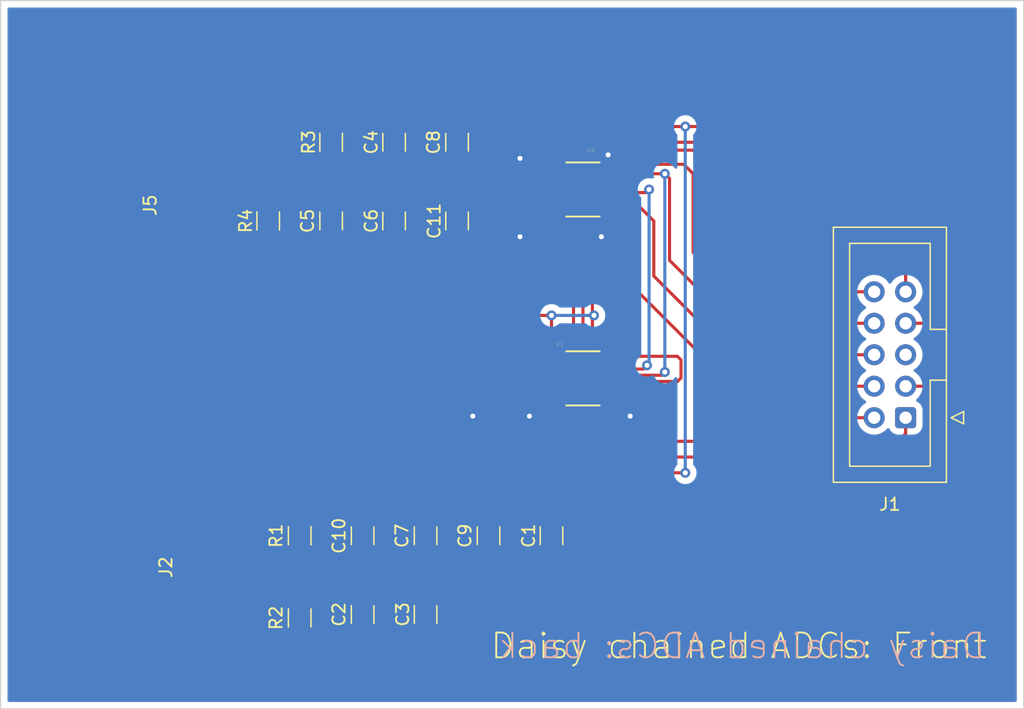
<source format=kicad_pcb>
(kicad_pcb (version 20171130) (host pcbnew "(5.1.7)-1")

  (general
    (thickness 1.6)
    (drawings 6)
    (tracks 312)
    (zones 0)
    (modules 20)
    (nets 23)
  )

  (page A4)
  (layers
    (0 F.Cu signal)
    (31 B.Cu signal)
    (32 B.Adhes user)
    (33 F.Adhes user)
    (34 B.Paste user)
    (35 F.Paste user)
    (36 B.SilkS user)
    (37 F.SilkS user)
    (38 B.Mask user)
    (39 F.Mask user)
    (40 Dwgs.User user)
    (41 Cmts.User user)
    (42 Eco1.User user)
    (43 Eco2.User user)
    (44 Edge.Cuts user)
    (45 Margin user)
    (46 B.CrtYd user)
    (47 F.CrtYd user)
    (48 B.Fab user)
    (49 F.Fab user)
  )

  (setup
    (last_trace_width 0.25)
    (trace_clearance 0.2)
    (zone_clearance 0.508)
    (zone_45_only no)
    (trace_min 0.2)
    (via_size 0.8)
    (via_drill 0.4)
    (via_min_size 0.4)
    (via_min_drill 0.3)
    (uvia_size 0.3)
    (uvia_drill 0.1)
    (uvias_allowed no)
    (uvia_min_size 0.2)
    (uvia_min_drill 0.1)
    (edge_width 0.1)
    (segment_width 0.2)
    (pcb_text_width 0.3)
    (pcb_text_size 1.5 1.5)
    (mod_edge_width 0.15)
    (mod_text_size 1 1)
    (mod_text_width 0.15)
    (pad_size 1.524 1.524)
    (pad_drill 0.762)
    (pad_to_mask_clearance 0)
    (aux_axis_origin 0 0)
    (visible_elements 7FFFFFFF)
    (pcbplotparams
      (layerselection 0x010fc_ffffffff)
      (usegerberextensions false)
      (usegerberattributes true)
      (usegerberadvancedattributes true)
      (creategerberjobfile true)
      (excludeedgelayer true)
      (linewidth 0.100000)
      (plotframeref false)
      (viasonmask false)
      (mode 1)
      (useauxorigin false)
      (hpglpennumber 1)
      (hpglpenspeed 20)
      (hpglpendiameter 15.000000)
      (psnegative false)
      (psa4output false)
      (plotreference true)
      (plotvalue true)
      (plotinvisibletext false)
      (padsonsilk false)
      (subtractmaskfromsilk false)
      (outputformat 1)
      (mirror false)
      (drillshape 1)
      (scaleselection 1)
      (outputdirectory ""))
  )

  (net 0 "")
  (net 1 "Net-(C1-Pad2)")
  (net 2 GND)
  (net 3 "Net-(C2-Pad2)")
  (net 4 "Net-(C4-Pad2)")
  (net 5 "Net-(C5-Pad2)")
  (net 6 "Net-(C7-Pad1)")
  (net 7 "Net-(C8-Pad1)")
  (net 8 "Net-(C10-Pad1)")
  (net 9 "Net-(J2-PadR)")
  (net 10 "Net-(J2-PadS)")
  (net 11 "Net-(J5-PadR)")
  (net 12 "Net-(J5-PadS)")
  (net 13 "Net-(U1-Pad14)")
  (net 14 "Net-(J1-Pad1)")
  (net 15 "Net-(J1-Pad6)")
  (net 16 "Net-(J1-Pad3)")
  (net 17 "Net-(J1-Pad2)")
  (net 18 "Net-(J1-Pad4)")
  (net 19 "Net-(J1-Pad10)")
  (net 20 "Net-(J1-Pad5)")
  (net 21 "Net-(J2-PadT)")
  (net 22 "Net-(J5-PadT)")

  (net_class Default "This is the default net class."
    (clearance 0.2)
    (trace_width 0.25)
    (via_dia 0.8)
    (via_drill 0.4)
    (uvia_dia 0.3)
    (uvia_drill 0.1)
    (add_net GND)
    (add_net "Net-(C1-Pad2)")
    (add_net "Net-(C10-Pad1)")
    (add_net "Net-(C2-Pad2)")
    (add_net "Net-(C4-Pad2)")
    (add_net "Net-(C5-Pad2)")
    (add_net "Net-(C7-Pad1)")
    (add_net "Net-(C8-Pad1)")
    (add_net "Net-(J1-Pad1)")
    (add_net "Net-(J1-Pad10)")
    (add_net "Net-(J1-Pad2)")
    (add_net "Net-(J1-Pad3)")
    (add_net "Net-(J1-Pad4)")
    (add_net "Net-(J1-Pad5)")
    (add_net "Net-(J1-Pad6)")
    (add_net "Net-(J2-PadR)")
    (add_net "Net-(J2-PadS)")
    (add_net "Net-(J2-PadT)")
    (add_net "Net-(J5-PadR)")
    (add_net "Net-(J5-PadS)")
    (add_net "Net-(J5-PadT)")
    (add_net "Net-(U1-Pad14)")
  )

  (module Connector_IDC:IDC-Header_2x05_P2.54mm_Vertical (layer F.Cu) (tedit 5EAC9A07) (tstamp 5FA14963)
    (at 174.625 78.105 180)
    (descr "Through hole IDC box header, 2x05, 2.54mm pitch, DIN 41651 / IEC 60603-13, double rows, https://docs.google.com/spreadsheets/d/16SsEcesNF15N3Lb4niX7dcUr-NY5_MFPQhobNuNppn4/edit#gid=0")
    (tags "Through hole vertical IDC box header THT 2x05 2.54mm double row")
    (path /5FB026C5)
    (fp_text reference J1 (at 1.27 -6.985) (layer F.SilkS)
      (effects (font (size 1 1) (thickness 0.15)))
    )
    (fp_text value Conn_01x10_Male (at 1.27 16.26) (layer F.Fab)
      (effects (font (size 1 1) (thickness 0.15)))
    )
    (fp_line (start 6.22 -5.6) (end -3.68 -5.6) (layer F.CrtYd) (width 0.05))
    (fp_line (start 6.22 15.76) (end 6.22 -5.6) (layer F.CrtYd) (width 0.05))
    (fp_line (start -3.68 15.76) (end 6.22 15.76) (layer F.CrtYd) (width 0.05))
    (fp_line (start -3.68 -5.6) (end -3.68 15.76) (layer F.CrtYd) (width 0.05))
    (fp_line (start -4.68 0.5) (end -3.68 0) (layer F.SilkS) (width 0.12))
    (fp_line (start -4.68 -0.5) (end -4.68 0.5) (layer F.SilkS) (width 0.12))
    (fp_line (start -3.68 0) (end -4.68 -0.5) (layer F.SilkS) (width 0.12))
    (fp_line (start -1.98 7.13) (end -3.29 7.13) (layer F.SilkS) (width 0.12))
    (fp_line (start -1.98 7.13) (end -1.98 7.13) (layer F.SilkS) (width 0.12))
    (fp_line (start -1.98 14.07) (end -1.98 7.13) (layer F.SilkS) (width 0.12))
    (fp_line (start 4.52 14.07) (end -1.98 14.07) (layer F.SilkS) (width 0.12))
    (fp_line (start 4.52 -3.91) (end 4.52 14.07) (layer F.SilkS) (width 0.12))
    (fp_line (start -1.98 -3.91) (end 4.52 -3.91) (layer F.SilkS) (width 0.12))
    (fp_line (start -1.98 3.03) (end -1.98 -3.91) (layer F.SilkS) (width 0.12))
    (fp_line (start -3.29 3.03) (end -1.98 3.03) (layer F.SilkS) (width 0.12))
    (fp_line (start -3.29 15.37) (end -3.29 -5.21) (layer F.SilkS) (width 0.12))
    (fp_line (start 5.83 15.37) (end -3.29 15.37) (layer F.SilkS) (width 0.12))
    (fp_line (start 5.83 -5.21) (end 5.83 15.37) (layer F.SilkS) (width 0.12))
    (fp_line (start -3.29 -5.21) (end 5.83 -5.21) (layer F.SilkS) (width 0.12))
    (fp_line (start -1.98 7.13) (end -3.18 7.13) (layer F.Fab) (width 0.1))
    (fp_line (start -1.98 7.13) (end -1.98 7.13) (layer F.Fab) (width 0.1))
    (fp_line (start -1.98 14.07) (end -1.98 7.13) (layer F.Fab) (width 0.1))
    (fp_line (start 4.52 14.07) (end -1.98 14.07) (layer F.Fab) (width 0.1))
    (fp_line (start 4.52 -3.91) (end 4.52 14.07) (layer F.Fab) (width 0.1))
    (fp_line (start -1.98 -3.91) (end 4.52 -3.91) (layer F.Fab) (width 0.1))
    (fp_line (start -1.98 3.03) (end -1.98 -3.91) (layer F.Fab) (width 0.1))
    (fp_line (start -3.18 3.03) (end -1.98 3.03) (layer F.Fab) (width 0.1))
    (fp_line (start -3.18 15.26) (end -3.18 -4.1) (layer F.Fab) (width 0.1))
    (fp_line (start 5.72 15.26) (end -3.18 15.26) (layer F.Fab) (width 0.1))
    (fp_line (start 5.72 -5.1) (end 5.72 15.26) (layer F.Fab) (width 0.1))
    (fp_line (start -2.18 -5.1) (end 5.72 -5.1) (layer F.Fab) (width 0.1))
    (fp_line (start -3.18 -4.1) (end -2.18 -5.1) (layer F.Fab) (width 0.1))
    (fp_text user %R (at 1.27 5.08 90) (layer F.Fab)
      (effects (font (size 1 1) (thickness 0.15)))
    )
    (pad 10 thru_hole circle (at 2.54 10.16 180) (size 1.7 1.7) (drill 1) (layers *.Cu *.Mask)
      (net 19 "Net-(J1-Pad10)"))
    (pad 8 thru_hole circle (at 2.54 7.62 180) (size 1.7 1.7) (drill 1) (layers *.Cu *.Mask)
      (net 8 "Net-(C10-Pad1)"))
    (pad 6 thru_hole circle (at 2.54 5.08 180) (size 1.7 1.7) (drill 1) (layers *.Cu *.Mask)
      (net 15 "Net-(J1-Pad6)"))
    (pad 4 thru_hole circle (at 2.54 2.54 180) (size 1.7 1.7) (drill 1) (layers *.Cu *.Mask)
      (net 18 "Net-(J1-Pad4)"))
    (pad 2 thru_hole circle (at 2.54 0 180) (size 1.7 1.7) (drill 1) (layers *.Cu *.Mask)
      (net 17 "Net-(J1-Pad2)"))
    (pad 9 thru_hole circle (at 0 10.16 180) (size 1.7 1.7) (drill 1) (layers *.Cu *.Mask)
      (net 7 "Net-(C8-Pad1)"))
    (pad 7 thru_hole circle (at 0 7.62 180) (size 1.7 1.7) (drill 1) (layers *.Cu *.Mask)
      (net 6 "Net-(C7-Pad1)"))
    (pad 5 thru_hole circle (at 0 5.08 180) (size 1.7 1.7) (drill 1) (layers *.Cu *.Mask)
      (net 20 "Net-(J1-Pad5)"))
    (pad 3 thru_hole circle (at 0 2.54 180) (size 1.7 1.7) (drill 1) (layers *.Cu *.Mask)
      (net 16 "Net-(J1-Pad3)"))
    (pad 1 thru_hole roundrect (at 0 0 180) (size 1.7 1.7) (drill 1) (layers *.Cu *.Mask) (roundrect_rratio 0.147059)
      (net 14 "Net-(J1-Pad1)"))
    (model ${KISYS3DMOD}/Connector_IDC.3dshapes/IDC-Header_2x05_P2.54mm_Vertical.wrl
      (at (xyz 0 0 0))
      (scale (xyz 1 1 1))
      (rotate (xyz 0 0 0))
    )
  )

  (module adc_mylib:MSOP-16_MS (layer F.Cu) (tedit 5F96C72C) (tstamp 5F9FF0AA)
    (at 148.59 59.69)
    (path /5F97351D)
    (fp_text reference U2 (at 0.635 -3.175) (layer F.SilkS)
      (effects (font (size 0.314961 0.314961) (thickness 0.015)))
    )
    (fp_text value LTC2380CMS-16PBF (at -0.8829 2.79103) (layer F.Fab)
      (effects (font (size 0.314961 0.314961) (thickness 0.015)))
    )
    (fp_line (start 1.3462 -2.1844) (end -1.3462 -2.1844) (layer F.SilkS) (width 0.1524))
    (fp_line (start -1.3462 2.1844) (end 1.3462 2.1844) (layer F.SilkS) (width 0.1524))
    (fp_line (start -1.5494 -2.0828) (end -1.5494 2.0828) (layer F.Fab) (width 0.1524))
    (fp_line (start 0.3048 -2.0828) (end -1.5494 -2.0828) (layer F.Fab) (width 0.1524))
    (fp_line (start 1.5494 -2.0828) (end 0.3048 -2.0828) (layer F.Fab) (width 0.1524))
    (fp_line (start 1.5494 2.0828) (end 1.5494 -2.0828) (layer F.Fab) (width 0.1524))
    (fp_line (start -1.5494 2.0828) (end 1.5494 2.0828) (layer F.Fab) (width 0.1524))
    (fp_line (start 2.5146 -1.8796) (end 1.5494 -1.8796) (layer F.Fab) (width 0.1524))
    (fp_line (start 2.5146 -1.6002) (end 2.5146 -1.8796) (layer F.Fab) (width 0.1524))
    (fp_line (start 1.5494 -1.6002) (end 2.5146 -1.6002) (layer F.Fab) (width 0.1524))
    (fp_line (start 1.5494 -1.8796) (end 1.5494 -1.6002) (layer F.Fab) (width 0.1524))
    (fp_line (start 2.5146 -1.397) (end 1.5494 -1.397) (layer F.Fab) (width 0.1524))
    (fp_line (start 2.54 -1.1176) (end 2.5146 -1.397) (layer F.Fab) (width 0.1524))
    (fp_line (start 1.5494 -1.1176) (end 2.54 -1.1176) (layer F.Fab) (width 0.1524))
    (fp_line (start 1.5494 -1.397) (end 1.5494 -1.1176) (layer F.Fab) (width 0.1524))
    (fp_line (start 2.54 -0.889) (end 1.5494 -0.889) (layer F.Fab) (width 0.1524))
    (fp_line (start 2.54 -0.6096) (end 2.54 -0.889) (layer F.Fab) (width 0.1524))
    (fp_line (start 1.5494 -0.6096) (end 2.54 -0.6096) (layer F.Fab) (width 0.1524))
    (fp_line (start 1.5494 -0.889) (end 1.5494 -0.6096) (layer F.Fab) (width 0.1524))
    (fp_line (start 2.54 -0.381) (end 1.5494 -0.381) (layer F.Fab) (width 0.1524))
    (fp_line (start 2.54 -0.1016) (end 2.54 -0.381) (layer F.Fab) (width 0.1524))
    (fp_line (start 1.5494 -0.1016) (end 2.54 -0.1016) (layer F.Fab) (width 0.1524))
    (fp_line (start 1.5494 -0.381) (end 1.5494 -0.1016) (layer F.Fab) (width 0.1524))
    (fp_line (start 2.54 0.1016) (end 1.5494 0.1016) (layer F.Fab) (width 0.1524))
    (fp_line (start 2.54 0.381) (end 2.54 0.1016) (layer F.Fab) (width 0.1524))
    (fp_line (start 1.5494 0.381) (end 2.54 0.381) (layer F.Fab) (width 0.1524))
    (fp_line (start 1.5494 0.1016) (end 1.5494 0.381) (layer F.Fab) (width 0.1524))
    (fp_line (start 2.54 0.6096) (end 1.5494 0.6096) (layer F.Fab) (width 0.1524))
    (fp_line (start 2.54 0.889) (end 2.54 0.6096) (layer F.Fab) (width 0.1524))
    (fp_line (start 1.5494 0.889) (end 2.54 0.889) (layer F.Fab) (width 0.1524))
    (fp_line (start 1.5494 0.6096) (end 1.5494 0.889) (layer F.Fab) (width 0.1524))
    (fp_line (start 2.54 1.1176) (end 1.5494 1.1176) (layer F.Fab) (width 0.1524))
    (fp_line (start 2.54 1.397) (end 2.54 1.1176) (layer F.Fab) (width 0.1524))
    (fp_line (start 1.5494 1.397) (end 2.54 1.397) (layer F.Fab) (width 0.1524))
    (fp_line (start 1.5494 1.1176) (end 1.5494 1.397) (layer F.Fab) (width 0.1524))
    (fp_line (start 2.54 1.6002) (end 1.5494 1.6002) (layer F.Fab) (width 0.1524))
    (fp_line (start 2.54 1.8796) (end 2.54 1.6002) (layer F.Fab) (width 0.1524))
    (fp_line (start 1.5494 1.8796) (end 2.54 1.8796) (layer F.Fab) (width 0.1524))
    (fp_line (start 1.5494 1.6002) (end 1.5494 1.8796) (layer F.Fab) (width 0.1524))
    (fp_line (start -2.5146 1.8796) (end -1.5494 1.8796) (layer F.Fab) (width 0.1524))
    (fp_line (start -2.5146 1.6002) (end -2.5146 1.8796) (layer F.Fab) (width 0.1524))
    (fp_line (start -1.5494 1.6002) (end -2.5146 1.6002) (layer F.Fab) (width 0.1524))
    (fp_line (start -1.5494 1.8796) (end -1.5494 1.6002) (layer F.Fab) (width 0.1524))
    (fp_line (start -2.5146 1.397) (end -1.5494 1.397) (layer F.Fab) (width 0.1524))
    (fp_line (start -2.5146 1.1176) (end -2.5146 1.397) (layer F.Fab) (width 0.1524))
    (fp_line (start -1.5494 1.1176) (end -2.5146 1.1176) (layer F.Fab) (width 0.1524))
    (fp_line (start -1.5494 1.397) (end -1.5494 1.1176) (layer F.Fab) (width 0.1524))
    (fp_line (start -2.5146 0.889) (end -1.5494 0.889) (layer F.Fab) (width 0.1524))
    (fp_line (start -2.5146 0.6096) (end -2.5146 0.889) (layer F.Fab) (width 0.1524))
    (fp_line (start -1.5494 0.6096) (end -2.5146 0.6096) (layer F.Fab) (width 0.1524))
    (fp_line (start -1.5494 0.889) (end -1.5494 0.6096) (layer F.Fab) (width 0.1524))
    (fp_line (start -2.54 0.381) (end -1.5494 0.381) (layer F.Fab) (width 0.1524))
    (fp_line (start -2.54 0.1016) (end -2.54 0.381) (layer F.Fab) (width 0.1524))
    (fp_line (start -1.5494 0.1016) (end -2.54 0.1016) (layer F.Fab) (width 0.1524))
    (fp_line (start -1.5494 0.381) (end -1.5494 0.1016) (layer F.Fab) (width 0.1524))
    (fp_line (start -2.54 -0.1016) (end -1.5494 -0.1016) (layer F.Fab) (width 0.1524))
    (fp_line (start -2.54 -0.381) (end -2.54 -0.1016) (layer F.Fab) (width 0.1524))
    (fp_line (start -1.5494 -0.381) (end -2.54 -0.381) (layer F.Fab) (width 0.1524))
    (fp_line (start -1.5494 -0.1016) (end -1.5494 -0.381) (layer F.Fab) (width 0.1524))
    (fp_line (start -2.54 -0.6096) (end -1.5494 -0.6096) (layer F.Fab) (width 0.1524))
    (fp_line (start -2.54 -0.889) (end -2.54 -0.6096) (layer F.Fab) (width 0.1524))
    (fp_line (start -1.5494 -0.889) (end -2.54 -0.889) (layer F.Fab) (width 0.1524))
    (fp_line (start -1.5494 -0.6096) (end -1.5494 -0.889) (layer F.Fab) (width 0.1524))
    (fp_line (start -2.54 -1.1176) (end -1.5494 -1.1176) (layer F.Fab) (width 0.1524))
    (fp_line (start -2.54 -1.397) (end -2.54 -1.1176) (layer F.Fab) (width 0.1524))
    (fp_line (start -1.5494 -1.397) (end -2.54 -1.397) (layer F.Fab) (width 0.1524))
    (fp_line (start -1.5494 -1.1176) (end -1.5494 -1.397) (layer F.Fab) (width 0.1524))
    (fp_line (start -2.54 -1.6002) (end -1.5494 -1.6002) (layer F.Fab) (width 0.1524))
    (fp_line (start -2.54 -1.8796) (end -2.54 -1.6002) (layer F.Fab) (width 0.1524))
    (fp_line (start -1.5494 -1.8796) (end -2.54 -1.8796) (layer F.Fab) (width 0.1524))
    (fp_line (start -1.5494 -1.6002) (end -1.5494 -1.8796) (layer F.Fab) (width 0.1524))
    (fp_arc (start 0 -2.0701) (end -0.3048 -2.0574) (angle -180) (layer F.Fab) (width 0.1524))
    (pad 1 smd rect (at -2.1844 -1.75133) (size 1.397 0.2794) (layers F.Cu F.Paste F.Mask)
      (net 8 "Net-(C10-Pad1)"))
    (pad 2 smd rect (at -2.1844 -1.25095) (size 1.397 0.2794) (layers F.Cu F.Paste F.Mask)
      (net 6 "Net-(C7-Pad1)"))
    (pad 3 smd rect (at -2.1844 -0.750569) (size 1.397 0.2794) (layers F.Cu F.Paste F.Mask)
      (net 2 GND))
    (pad 4 smd rect (at -2.1844 -0.250191) (size 1.397 0.2794) (layers F.Cu F.Paste F.Mask)
      (net 4 "Net-(C4-Pad2)"))
    (pad 5 smd rect (at -2.1844 0.250191) (size 1.397 0.2794) (layers F.Cu F.Paste F.Mask)
      (net 5 "Net-(C5-Pad2)"))
    (pad 6 smd rect (at -2.1844 0.750569) (size 1.397 0.2794) (layers F.Cu F.Paste F.Mask)
      (net 2 GND))
    (pad 7 smd rect (at -2.1844 1.25095) (size 1.397 0.2794) (layers F.Cu F.Paste F.Mask)
      (net 7 "Net-(C8-Pad1)"))
    (pad 8 smd rect (at -2.1844 1.75133) (size 1.397 0.2794) (layers F.Cu F.Paste F.Mask)
      (net 16 "Net-(J1-Pad3)"))
    (pad 9 smd rect (at 2.1844 1.75133) (size 1.397 0.2794) (layers F.Cu F.Paste F.Mask)
      (net 14 "Net-(J1-Pad1)"))
    (pad 10 smd rect (at 2.1844 1.25095) (size 1.397 0.2794) (layers F.Cu F.Paste F.Mask)
      (net 2 GND))
    (pad 11 smd rect (at 2.1844 0.750569) (size 1.397 0.2794) (layers F.Cu F.Paste F.Mask)
      (net 17 "Net-(J1-Pad2)"))
    (pad 12 smd rect (at 2.1844 0.250191) (size 1.397 0.2794) (layers F.Cu F.Paste F.Mask)
      (net 13 "Net-(U1-Pad14)"))
    (pad 13 smd rect (at 2.1844 -0.250191) (size 1.397 0.2794) (layers F.Cu F.Paste F.Mask)
      (net 18 "Net-(J1-Pad4)"))
    (pad 14 smd rect (at 2.1844 -0.750569) (size 1.397 0.2794) (layers F.Cu F.Paste F.Mask)
      (net 15 "Net-(J1-Pad6)"))
    (pad 15 smd rect (at 2.1844 -1.25095) (size 1.397 0.2794) (layers F.Cu F.Paste F.Mask)
      (net 8 "Net-(C10-Pad1)"))
    (pad 16 smd rect (at 2.1844 -1.75133) (size 1.397 0.2794) (layers F.Cu F.Paste F.Mask)
      (net 2 GND))
  )

  (module adc_mylib:MSOP-16_MS (layer F.Cu) (tedit 5F96C72C) (tstamp 5F9FF04E)
    (at 148.59 74.93)
    (path /5F97262A)
    (fp_text reference U1 (at -1.8829 -2.79103) (layer F.SilkS)
      (effects (font (size 0.314961 0.314961) (thickness 0.015)))
    )
    (fp_text value LTC2380CMS-16PBF (at -0.8829 2.79103) (layer F.Fab)
      (effects (font (size 0.314961 0.314961) (thickness 0.015)))
    )
    (fp_line (start 1.3462 -2.1844) (end -1.3462 -2.1844) (layer F.SilkS) (width 0.1524))
    (fp_line (start -1.3462 2.1844) (end 1.3462 2.1844) (layer F.SilkS) (width 0.1524))
    (fp_line (start -1.5494 -2.0828) (end -1.5494 2.0828) (layer F.Fab) (width 0.1524))
    (fp_line (start 0.3048 -2.0828) (end -1.5494 -2.0828) (layer F.Fab) (width 0.1524))
    (fp_line (start 1.5494 -2.0828) (end 0.3048 -2.0828) (layer F.Fab) (width 0.1524))
    (fp_line (start 1.5494 2.0828) (end 1.5494 -2.0828) (layer F.Fab) (width 0.1524))
    (fp_line (start -1.5494 2.0828) (end 1.5494 2.0828) (layer F.Fab) (width 0.1524))
    (fp_line (start 2.5146 -1.8796) (end 1.5494 -1.8796) (layer F.Fab) (width 0.1524))
    (fp_line (start 2.5146 -1.6002) (end 2.5146 -1.8796) (layer F.Fab) (width 0.1524))
    (fp_line (start 1.5494 -1.6002) (end 2.5146 -1.6002) (layer F.Fab) (width 0.1524))
    (fp_line (start 1.5494 -1.8796) (end 1.5494 -1.6002) (layer F.Fab) (width 0.1524))
    (fp_line (start 2.5146 -1.397) (end 1.5494 -1.397) (layer F.Fab) (width 0.1524))
    (fp_line (start 2.54 -1.1176) (end 2.5146 -1.397) (layer F.Fab) (width 0.1524))
    (fp_line (start 1.5494 -1.1176) (end 2.54 -1.1176) (layer F.Fab) (width 0.1524))
    (fp_line (start 1.5494 -1.397) (end 1.5494 -1.1176) (layer F.Fab) (width 0.1524))
    (fp_line (start 2.54 -0.889) (end 1.5494 -0.889) (layer F.Fab) (width 0.1524))
    (fp_line (start 2.54 -0.6096) (end 2.54 -0.889) (layer F.Fab) (width 0.1524))
    (fp_line (start 1.5494 -0.6096) (end 2.54 -0.6096) (layer F.Fab) (width 0.1524))
    (fp_line (start 1.5494 -0.889) (end 1.5494 -0.6096) (layer F.Fab) (width 0.1524))
    (fp_line (start 2.54 -0.381) (end 1.5494 -0.381) (layer F.Fab) (width 0.1524))
    (fp_line (start 2.54 -0.1016) (end 2.54 -0.381) (layer F.Fab) (width 0.1524))
    (fp_line (start 1.5494 -0.1016) (end 2.54 -0.1016) (layer F.Fab) (width 0.1524))
    (fp_line (start 1.5494 -0.381) (end 1.5494 -0.1016) (layer F.Fab) (width 0.1524))
    (fp_line (start 2.54 0.1016) (end 1.5494 0.1016) (layer F.Fab) (width 0.1524))
    (fp_line (start 2.54 0.381) (end 2.54 0.1016) (layer F.Fab) (width 0.1524))
    (fp_line (start 1.5494 0.381) (end 2.54 0.381) (layer F.Fab) (width 0.1524))
    (fp_line (start 1.5494 0.1016) (end 1.5494 0.381) (layer F.Fab) (width 0.1524))
    (fp_line (start 2.54 0.6096) (end 1.5494 0.6096) (layer F.Fab) (width 0.1524))
    (fp_line (start 2.54 0.889) (end 2.54 0.6096) (layer F.Fab) (width 0.1524))
    (fp_line (start 1.5494 0.889) (end 2.54 0.889) (layer F.Fab) (width 0.1524))
    (fp_line (start 1.5494 0.6096) (end 1.5494 0.889) (layer F.Fab) (width 0.1524))
    (fp_line (start 2.54 1.1176) (end 1.5494 1.1176) (layer F.Fab) (width 0.1524))
    (fp_line (start 2.54 1.397) (end 2.54 1.1176) (layer F.Fab) (width 0.1524))
    (fp_line (start 1.5494 1.397) (end 2.54 1.397) (layer F.Fab) (width 0.1524))
    (fp_line (start 1.5494 1.1176) (end 1.5494 1.397) (layer F.Fab) (width 0.1524))
    (fp_line (start 2.54 1.6002) (end 1.5494 1.6002) (layer F.Fab) (width 0.1524))
    (fp_line (start 2.54 1.8796) (end 2.54 1.6002) (layer F.Fab) (width 0.1524))
    (fp_line (start 1.5494 1.8796) (end 2.54 1.8796) (layer F.Fab) (width 0.1524))
    (fp_line (start 1.5494 1.6002) (end 1.5494 1.8796) (layer F.Fab) (width 0.1524))
    (fp_line (start -2.5146 1.8796) (end -1.5494 1.8796) (layer F.Fab) (width 0.1524))
    (fp_line (start -2.5146 1.6002) (end -2.5146 1.8796) (layer F.Fab) (width 0.1524))
    (fp_line (start -1.5494 1.6002) (end -2.5146 1.6002) (layer F.Fab) (width 0.1524))
    (fp_line (start -1.5494 1.8796) (end -1.5494 1.6002) (layer F.Fab) (width 0.1524))
    (fp_line (start -2.5146 1.397) (end -1.5494 1.397) (layer F.Fab) (width 0.1524))
    (fp_line (start -2.5146 1.1176) (end -2.5146 1.397) (layer F.Fab) (width 0.1524))
    (fp_line (start -1.5494 1.1176) (end -2.5146 1.1176) (layer F.Fab) (width 0.1524))
    (fp_line (start -1.5494 1.397) (end -1.5494 1.1176) (layer F.Fab) (width 0.1524))
    (fp_line (start -2.5146 0.889) (end -1.5494 0.889) (layer F.Fab) (width 0.1524))
    (fp_line (start -2.5146 0.6096) (end -2.5146 0.889) (layer F.Fab) (width 0.1524))
    (fp_line (start -1.5494 0.6096) (end -2.5146 0.6096) (layer F.Fab) (width 0.1524))
    (fp_line (start -1.5494 0.889) (end -1.5494 0.6096) (layer F.Fab) (width 0.1524))
    (fp_line (start -2.54 0.381) (end -1.5494 0.381) (layer F.Fab) (width 0.1524))
    (fp_line (start -2.54 0.1016) (end -2.54 0.381) (layer F.Fab) (width 0.1524))
    (fp_line (start -1.5494 0.1016) (end -2.54 0.1016) (layer F.Fab) (width 0.1524))
    (fp_line (start -1.5494 0.381) (end -1.5494 0.1016) (layer F.Fab) (width 0.1524))
    (fp_line (start -2.54 -0.1016) (end -1.5494 -0.1016) (layer F.Fab) (width 0.1524))
    (fp_line (start -2.54 -0.381) (end -2.54 -0.1016) (layer F.Fab) (width 0.1524))
    (fp_line (start -1.5494 -0.381) (end -2.54 -0.381) (layer F.Fab) (width 0.1524))
    (fp_line (start -1.5494 -0.1016) (end -1.5494 -0.381) (layer F.Fab) (width 0.1524))
    (fp_line (start -2.54 -0.6096) (end -1.5494 -0.6096) (layer F.Fab) (width 0.1524))
    (fp_line (start -2.54 -0.889) (end -2.54 -0.6096) (layer F.Fab) (width 0.1524))
    (fp_line (start -1.5494 -0.889) (end -2.54 -0.889) (layer F.Fab) (width 0.1524))
    (fp_line (start -1.5494 -0.6096) (end -1.5494 -0.889) (layer F.Fab) (width 0.1524))
    (fp_line (start -2.54 -1.1176) (end -1.5494 -1.1176) (layer F.Fab) (width 0.1524))
    (fp_line (start -2.54 -1.397) (end -2.54 -1.1176) (layer F.Fab) (width 0.1524))
    (fp_line (start -1.5494 -1.397) (end -2.54 -1.397) (layer F.Fab) (width 0.1524))
    (fp_line (start -1.5494 -1.1176) (end -1.5494 -1.397) (layer F.Fab) (width 0.1524))
    (fp_line (start -2.54 -1.6002) (end -1.5494 -1.6002) (layer F.Fab) (width 0.1524))
    (fp_line (start -2.54 -1.8796) (end -2.54 -1.6002) (layer F.Fab) (width 0.1524))
    (fp_line (start -1.5494 -1.8796) (end -2.54 -1.8796) (layer F.Fab) (width 0.1524))
    (fp_line (start -1.5494 -1.6002) (end -1.5494 -1.8796) (layer F.Fab) (width 0.1524))
    (fp_arc (start 0 -2.0701) (end -0.3048 -2.0574) (angle -180) (layer F.Fab) (width 0.1524))
    (pad 1 smd rect (at -2.1844 -1.75133) (size 1.397 0.2794) (layers F.Cu F.Paste F.Mask)
      (net 8 "Net-(C10-Pad1)"))
    (pad 2 smd rect (at -2.1844 -1.25095) (size 1.397 0.2794) (layers F.Cu F.Paste F.Mask)
      (net 6 "Net-(C7-Pad1)"))
    (pad 3 smd rect (at -2.1844 -0.750569) (size 1.397 0.2794) (layers F.Cu F.Paste F.Mask)
      (net 2 GND))
    (pad 4 smd rect (at -2.1844 -0.250191) (size 1.397 0.2794) (layers F.Cu F.Paste F.Mask)
      (net 1 "Net-(C1-Pad2)"))
    (pad 5 smd rect (at -2.1844 0.250191) (size 1.397 0.2794) (layers F.Cu F.Paste F.Mask)
      (net 3 "Net-(C2-Pad2)"))
    (pad 6 smd rect (at -2.1844 0.750569) (size 1.397 0.2794) (layers F.Cu F.Paste F.Mask)
      (net 2 GND))
    (pad 7 smd rect (at -2.1844 1.25095) (size 1.397 0.2794) (layers F.Cu F.Paste F.Mask)
      (net 7 "Net-(C8-Pad1)"))
    (pad 8 smd rect (at -2.1844 1.75133) (size 1.397 0.2794) (layers F.Cu F.Paste F.Mask)
      (net 16 "Net-(J1-Pad3)"))
    (pad 9 smd rect (at 2.1844 1.75133) (size 1.397 0.2794) (layers F.Cu F.Paste F.Mask)
      (net 14 "Net-(J1-Pad1)"))
    (pad 10 smd rect (at 2.1844 1.25095) (size 1.397 0.2794) (layers F.Cu F.Paste F.Mask)
      (net 2 GND))
    (pad 11 smd rect (at 2.1844 0.750569) (size 1.397 0.2794) (layers F.Cu F.Paste F.Mask)
      (net 19 "Net-(J1-Pad10)"))
    (pad 12 smd rect (at 2.1844 0.250191) (size 1.397 0.2794) (layers F.Cu F.Paste F.Mask)
      (net 2 GND))
    (pad 13 smd rect (at 2.1844 -0.250191) (size 1.397 0.2794) (layers F.Cu F.Paste F.Mask)
      (net 18 "Net-(J1-Pad4)"))
    (pad 14 smd rect (at 2.1844 -0.750569) (size 1.397 0.2794) (layers F.Cu F.Paste F.Mask)
      (net 13 "Net-(U1-Pad14)"))
    (pad 15 smd rect (at 2.1844 -1.25095) (size 1.397 0.2794) (layers F.Cu F.Paste F.Mask)
      (net 8 "Net-(C10-Pad1)"))
    (pad 16 smd rect (at 2.1844 -1.75133) (size 1.397 0.2794) (layers F.Cu F.Paste F.Mask)
      (net 2 GND))
  )

  (module Resistor_SMD:R_1206_3216Metric_Pad1.30x1.75mm_HandSolder (layer F.Cu) (tedit 5F68FEEE) (tstamp 5F9FEFF2)
    (at 123.19 62.23 90)
    (descr "Resistor SMD 1206 (3216 Metric), square (rectangular) end terminal, IPC_7351 nominal with elongated pad for handsoldering. (Body size source: IPC-SM-782 page 72, https://www.pcb-3d.com/wordpress/wp-content/uploads/ipc-sm-782a_amendment_1_and_2.pdf), generated with kicad-footprint-generator")
    (tags "resistor handsolder")
    (path /5F9BE07A)
    (attr smd)
    (fp_text reference R4 (at 0 -1.82 90) (layer F.SilkS)
      (effects (font (size 1 1) (thickness 0.15)))
    )
    (fp_text value "20 Ohm" (at 0 1.82 90) (layer F.Fab)
      (effects (font (size 1 1) (thickness 0.15)))
    )
    (fp_line (start 2.45 1.12) (end -2.45 1.12) (layer F.CrtYd) (width 0.05))
    (fp_line (start 2.45 -1.12) (end 2.45 1.12) (layer F.CrtYd) (width 0.05))
    (fp_line (start -2.45 -1.12) (end 2.45 -1.12) (layer F.CrtYd) (width 0.05))
    (fp_line (start -2.45 1.12) (end -2.45 -1.12) (layer F.CrtYd) (width 0.05))
    (fp_line (start -0.727064 0.91) (end 0.727064 0.91) (layer F.SilkS) (width 0.12))
    (fp_line (start -0.727064 -0.91) (end 0.727064 -0.91) (layer F.SilkS) (width 0.12))
    (fp_line (start 1.6 0.8) (end -1.6 0.8) (layer F.Fab) (width 0.1))
    (fp_line (start 1.6 -0.8) (end 1.6 0.8) (layer F.Fab) (width 0.1))
    (fp_line (start -1.6 -0.8) (end 1.6 -0.8) (layer F.Fab) (width 0.1))
    (fp_line (start -1.6 0.8) (end -1.6 -0.8) (layer F.Fab) (width 0.1))
    (fp_text user %R (at 0 0 90) (layer F.Fab)
      (effects (font (size 0.8 0.8) (thickness 0.12)))
    )
    (pad 2 smd roundrect (at 1.55 0 90) (size 1.3 1.75) (layers F.Cu F.Paste F.Mask) (roundrect_rratio 0.192308)
      (net 11 "Net-(J5-PadR)"))
    (pad 1 smd roundrect (at -1.55 0 90) (size 1.3 1.75) (layers F.Cu F.Paste F.Mask) (roundrect_rratio 0.192308)
      (net 5 "Net-(C5-Pad2)"))
    (model ${KISYS3DMOD}/Resistor_SMD.3dshapes/R_1206_3216Metric.wrl
      (at (xyz 0 0 0))
      (scale (xyz 1 1 1))
      (rotate (xyz 0 0 0))
    )
  )

  (module Resistor_SMD:R_1206_3216Metric_Pad1.30x1.75mm_HandSolder (layer F.Cu) (tedit 5F68FEEE) (tstamp 5F9FF485)
    (at 128.27 55.88 90)
    (descr "Resistor SMD 1206 (3216 Metric), square (rectangular) end terminal, IPC_7351 nominal with elongated pad for handsoldering. (Body size source: IPC-SM-782 page 72, https://www.pcb-3d.com/wordpress/wp-content/uploads/ipc-sm-782a_amendment_1_and_2.pdf), generated with kicad-footprint-generator")
    (tags "resistor handsolder")
    (path /5F9BE074)
    (attr smd)
    (fp_text reference R3 (at 0 -1.82 90) (layer F.SilkS)
      (effects (font (size 1 1) (thickness 0.15)))
    )
    (fp_text value "20 Ohm" (at 0 1.82 90) (layer F.Fab)
      (effects (font (size 1 1) (thickness 0.15)))
    )
    (fp_line (start 2.45 1.12) (end -2.45 1.12) (layer F.CrtYd) (width 0.05))
    (fp_line (start 2.45 -1.12) (end 2.45 1.12) (layer F.CrtYd) (width 0.05))
    (fp_line (start -2.45 -1.12) (end 2.45 -1.12) (layer F.CrtYd) (width 0.05))
    (fp_line (start -2.45 1.12) (end -2.45 -1.12) (layer F.CrtYd) (width 0.05))
    (fp_line (start -0.727064 0.91) (end 0.727064 0.91) (layer F.SilkS) (width 0.12))
    (fp_line (start -0.727064 -0.91) (end 0.727064 -0.91) (layer F.SilkS) (width 0.12))
    (fp_line (start 1.6 0.8) (end -1.6 0.8) (layer F.Fab) (width 0.1))
    (fp_line (start 1.6 -0.8) (end 1.6 0.8) (layer F.Fab) (width 0.1))
    (fp_line (start -1.6 -0.8) (end 1.6 -0.8) (layer F.Fab) (width 0.1))
    (fp_line (start -1.6 0.8) (end -1.6 -0.8) (layer F.Fab) (width 0.1))
    (fp_text user %R (at 0 0 90) (layer F.Fab)
      (effects (font (size 0.8 0.8) (thickness 0.12)))
    )
    (pad 2 smd roundrect (at 1.55 0 90) (size 1.3 1.75) (layers F.Cu F.Paste F.Mask) (roundrect_rratio 0.192308)
      (net 12 "Net-(J5-PadS)"))
    (pad 1 smd roundrect (at -1.55 0 90) (size 1.3 1.75) (layers F.Cu F.Paste F.Mask) (roundrect_rratio 0.192308)
      (net 4 "Net-(C4-Pad2)"))
    (model ${KISYS3DMOD}/Resistor_SMD.3dshapes/R_1206_3216Metric.wrl
      (at (xyz 0 0 0))
      (scale (xyz 1 1 1))
      (rotate (xyz 0 0 0))
    )
  )

  (module Resistor_SMD:R_1206_3216Metric_Pad1.30x1.75mm_HandSolder (layer F.Cu) (tedit 5F68FEEE) (tstamp 5F9FEFD0)
    (at 125.73 94.26 270)
    (descr "Resistor SMD 1206 (3216 Metric), square (rectangular) end terminal, IPC_7351 nominal with elongated pad for handsoldering. (Body size source: IPC-SM-782 page 72, https://www.pcb-3d.com/wordpress/wp-content/uploads/ipc-sm-782a_amendment_1_and_2.pdf), generated with kicad-footprint-generator")
    (tags "resistor handsolder")
    (path /5FB2D79F)
    (attr smd)
    (fp_text reference R2 (at 0 1.905 90) (layer F.SilkS)
      (effects (font (size 1 1) (thickness 0.15)))
    )
    (fp_text value "20 Ohm" (at 0 1.82 90) (layer F.Fab)
      (effects (font (size 1 1) (thickness 0.15)))
    )
    (fp_line (start 2.45 1.12) (end -2.45 1.12) (layer F.CrtYd) (width 0.05))
    (fp_line (start 2.45 -1.12) (end 2.45 1.12) (layer F.CrtYd) (width 0.05))
    (fp_line (start -2.45 -1.12) (end 2.45 -1.12) (layer F.CrtYd) (width 0.05))
    (fp_line (start -2.45 1.12) (end -2.45 -1.12) (layer F.CrtYd) (width 0.05))
    (fp_line (start -0.727064 0.91) (end 0.727064 0.91) (layer F.SilkS) (width 0.12))
    (fp_line (start -0.727064 -0.91) (end 0.727064 -0.91) (layer F.SilkS) (width 0.12))
    (fp_line (start 1.6 0.8) (end -1.6 0.8) (layer F.Fab) (width 0.1))
    (fp_line (start 1.6 -0.8) (end 1.6 0.8) (layer F.Fab) (width 0.1))
    (fp_line (start -1.6 -0.8) (end 1.6 -0.8) (layer F.Fab) (width 0.1))
    (fp_line (start -1.6 0.8) (end -1.6 -0.8) (layer F.Fab) (width 0.1))
    (fp_text user %R (at 0 0 90) (layer F.Fab)
      (effects (font (size 0.8 0.8) (thickness 0.12)))
    )
    (pad 2 smd roundrect (at 1.55 0 270) (size 1.3 1.75) (layers F.Cu F.Paste F.Mask) (roundrect_rratio 0.192308)
      (net 9 "Net-(J2-PadR)"))
    (pad 1 smd roundrect (at -1.55 0 270) (size 1.3 1.75) (layers F.Cu F.Paste F.Mask) (roundrect_rratio 0.192308)
      (net 3 "Net-(C2-Pad2)"))
    (model ${KISYS3DMOD}/Resistor_SMD.3dshapes/R_1206_3216Metric.wrl
      (at (xyz 0 0 0))
      (scale (xyz 1 1 1))
      (rotate (xyz 0 0 0))
    )
  )

  (module Resistor_SMD:R_1206_3216Metric_Pad1.30x1.75mm_HandSolder (layer F.Cu) (tedit 5F68FEEE) (tstamp 5F9FEFBF)
    (at 125.73 87.63 270)
    (descr "Resistor SMD 1206 (3216 Metric), square (rectangular) end terminal, IPC_7351 nominal with elongated pad for handsoldering. (Body size source: IPC-SM-782 page 72, https://www.pcb-3d.com/wordpress/wp-content/uploads/ipc-sm-782a_amendment_1_and_2.pdf), generated with kicad-footprint-generator")
    (tags "resistor handsolder")
    (path /5FB2D7A5)
    (attr smd)
    (fp_text reference R1 (at 0 1.905 90) (layer F.SilkS)
      (effects (font (size 1 1) (thickness 0.15)))
    )
    (fp_text value "20 Ohm" (at 0 1.82 90) (layer F.Fab)
      (effects (font (size 1 1) (thickness 0.15)))
    )
    (fp_line (start 2.45 1.12) (end -2.45 1.12) (layer F.CrtYd) (width 0.05))
    (fp_line (start 2.45 -1.12) (end 2.45 1.12) (layer F.CrtYd) (width 0.05))
    (fp_line (start -2.45 -1.12) (end 2.45 -1.12) (layer F.CrtYd) (width 0.05))
    (fp_line (start -2.45 1.12) (end -2.45 -1.12) (layer F.CrtYd) (width 0.05))
    (fp_line (start -0.727064 0.91) (end 0.727064 0.91) (layer F.SilkS) (width 0.12))
    (fp_line (start -0.727064 -0.91) (end 0.727064 -0.91) (layer F.SilkS) (width 0.12))
    (fp_line (start 1.6 0.8) (end -1.6 0.8) (layer F.Fab) (width 0.1))
    (fp_line (start 1.6 -0.8) (end 1.6 0.8) (layer F.Fab) (width 0.1))
    (fp_line (start -1.6 -0.8) (end 1.6 -0.8) (layer F.Fab) (width 0.1))
    (fp_line (start -1.6 0.8) (end -1.6 -0.8) (layer F.Fab) (width 0.1))
    (fp_text user %R (at 0 0 90) (layer F.Fab)
      (effects (font (size 0.8 0.8) (thickness 0.12)))
    )
    (pad 2 smd roundrect (at 1.55 0 270) (size 1.3 1.75) (layers F.Cu F.Paste F.Mask) (roundrect_rratio 0.192308)
      (net 10 "Net-(J2-PadS)"))
    (pad 1 smd roundrect (at -1.55 0 270) (size 1.3 1.75) (layers F.Cu F.Paste F.Mask) (roundrect_rratio 0.192308)
      (net 1 "Net-(C1-Pad2)"))
    (model ${KISYS3DMOD}/Resistor_SMD.3dshapes/R_1206_3216Metric.wrl
      (at (xyz 0 0 0))
      (scale (xyz 1 1 1))
      (rotate (xyz 0 0 0))
    )
  )

  (module adc_mylib:Lumberg_1503_03 (layer F.Cu) (tedit 5F9FD3CC) (tstamp 5F9FEF30)
    (at 110.49 60.96 90)
    (path /5FA25DCF)
    (fp_text reference J5 (at 0 3.175 90) (layer F.SilkS)
      (effects (font (size 1 1) (thickness 0.15)))
    )
    (fp_text value AudioJack3 (at 0 -6.35 90) (layer F.Fab)
      (effects (font (size 1 1) (thickness 0.15)))
    )
    (fp_poly (pts (xy 3.81 6.35) (xy -3.81 6.35) (xy -3.81 -5.08) (xy 3.81 -5.08)) (layer F.Fab) (width 0.1))
    (pad 5 smd rect (at 4.55 -3.1 90) (size 1.524 1.524) (layers F.Cu F.Paste F.Mask))
    (pad 4 smd rect (at -4.55 -3.1 90) (size 1.524 1.524) (layers F.Cu F.Paste F.Mask))
    (pad T smd rect (at -3.85 3.65 90) (size 1.524 1.524) (layers F.Cu F.Paste F.Mask)
      (net 22 "Net-(J5-PadT)"))
    (pad R smd rect (at 0 6.65 90) (size 1.524 1.524) (layers F.Cu F.Paste F.Mask)
      (net 11 "Net-(J5-PadR)"))
    (pad S smd rect (at 3.85 3.65 90) (size 1.524 1.524) (layers F.Cu F.Paste F.Mask)
      (net 12 "Net-(J5-PadS)"))
  )

  (module adc_mylib:Lumberg_1503_03 (layer F.Cu) (tedit 5F9FD3CC) (tstamp 5F9FEEFC)
    (at 110.49 90.17 90)
    (path /5FA26F4A)
    (fp_text reference J2 (at 0 4.445 90) (layer F.SilkS)
      (effects (font (size 1 1) (thickness 0.15)))
    )
    (fp_text value AudioJack3 (at 0 -6.35 90) (layer F.Fab)
      (effects (font (size 1 1) (thickness 0.15)))
    )
    (fp_poly (pts (xy 3.81 6.35) (xy -3.81 6.35) (xy -3.81 -5.08) (xy 3.81 -5.08)) (layer F.Fab) (width 0.1))
    (pad 5 smd rect (at 4.55 -3.1 90) (size 1.524 1.524) (layers F.Cu F.Paste F.Mask))
    (pad 4 smd rect (at -4.55 -3.1 90) (size 1.524 1.524) (layers F.Cu F.Paste F.Mask))
    (pad T smd rect (at -3.85 3.65 90) (size 1.524 1.524) (layers F.Cu F.Paste F.Mask)
      (net 21 "Net-(J2-PadT)"))
    (pad R smd rect (at 0 6.65 90) (size 1.524 1.524) (layers F.Cu F.Paste F.Mask)
      (net 9 "Net-(J2-PadR)"))
    (pad S smd rect (at 3.85 3.65 90) (size 1.524 1.524) (layers F.Cu F.Paste F.Mask)
      (net 10 "Net-(J2-PadS)"))
  )

  (module Capacitor_SMD:C_1206_3216Metric_Pad1.33x1.80mm_HandSolder (layer F.Cu) (tedit 5F68FEEF) (tstamp 5F9FEEDD)
    (at 138.43 62.23 90)
    (descr "Capacitor SMD 1206 (3216 Metric), square (rectangular) end terminal, IPC_7351 nominal with elongated pad for handsoldering. (Body size source: IPC-SM-782 page 76, https://www.pcb-3d.com/wordpress/wp-content/uploads/ipc-sm-782a_amendment_1_and_2.pdf), generated with kicad-footprint-generator")
    (tags "capacitor handsolder")
    (path /5F9E3C6B)
    (attr smd)
    (fp_text reference C11 (at 0 -1.85 90) (layer F.SilkS)
      (effects (font (size 1 1) (thickness 0.15)))
    )
    (fp_text value 0.1uF (at 0 1.85 90) (layer F.Fab)
      (effects (font (size 1 1) (thickness 0.15)))
    )
    (fp_line (start 2.48 1.15) (end -2.48 1.15) (layer F.CrtYd) (width 0.05))
    (fp_line (start 2.48 -1.15) (end 2.48 1.15) (layer F.CrtYd) (width 0.05))
    (fp_line (start -2.48 -1.15) (end 2.48 -1.15) (layer F.CrtYd) (width 0.05))
    (fp_line (start -2.48 1.15) (end -2.48 -1.15) (layer F.CrtYd) (width 0.05))
    (fp_line (start -0.711252 0.91) (end 0.711252 0.91) (layer F.SilkS) (width 0.12))
    (fp_line (start -0.711252 -0.91) (end 0.711252 -0.91) (layer F.SilkS) (width 0.12))
    (fp_line (start 1.6 0.8) (end -1.6 0.8) (layer F.Fab) (width 0.1))
    (fp_line (start 1.6 -0.8) (end 1.6 0.8) (layer F.Fab) (width 0.1))
    (fp_line (start -1.6 -0.8) (end 1.6 -0.8) (layer F.Fab) (width 0.1))
    (fp_line (start -1.6 0.8) (end -1.6 -0.8) (layer F.Fab) (width 0.1))
    (fp_text user %R (at 0 0 90) (layer F.Fab)
      (effects (font (size 0.8 0.8) (thickness 0.12)))
    )
    (pad 2 smd roundrect (at 1.5625 0 90) (size 1.325 1.8) (layers F.Cu F.Paste F.Mask) (roundrect_rratio 0.188679)
      (net 2 GND))
    (pad 1 smd roundrect (at -1.5625 0 90) (size 1.325 1.8) (layers F.Cu F.Paste F.Mask) (roundrect_rratio 0.188679)
      (net 8 "Net-(C10-Pad1)"))
    (model ${KISYS3DMOD}/Capacitor_SMD.3dshapes/C_1206_3216Metric.wrl
      (at (xyz 0 0 0))
      (scale (xyz 1 1 1))
      (rotate (xyz 0 0 0))
    )
  )

  (module Capacitor_SMD:C_1206_3216Metric_Pad1.33x1.80mm_HandSolder (layer F.Cu) (tedit 5F68FEEF) (tstamp 5FA01229)
    (at 130.81 87.63 270)
    (descr "Capacitor SMD 1206 (3216 Metric), square (rectangular) end terminal, IPC_7351 nominal with elongated pad for handsoldering. (Body size source: IPC-SM-782 page 76, https://www.pcb-3d.com/wordpress/wp-content/uploads/ipc-sm-782a_amendment_1_and_2.pdf), generated with kicad-footprint-generator")
    (tags "capacitor handsolder")
    (path /5F9E990E)
    (attr smd)
    (fp_text reference C10 (at 0 1.905 90) (layer F.SilkS)
      (effects (font (size 1 1) (thickness 0.15)))
    )
    (fp_text value 0.1uF (at 0 1.85 90) (layer F.Fab)
      (effects (font (size 1 1) (thickness 0.15)))
    )
    (fp_line (start 2.48 1.15) (end -2.48 1.15) (layer F.CrtYd) (width 0.05))
    (fp_line (start 2.48 -1.15) (end 2.48 1.15) (layer F.CrtYd) (width 0.05))
    (fp_line (start -2.48 -1.15) (end 2.48 -1.15) (layer F.CrtYd) (width 0.05))
    (fp_line (start -2.48 1.15) (end -2.48 -1.15) (layer F.CrtYd) (width 0.05))
    (fp_line (start -0.711252 0.91) (end 0.711252 0.91) (layer F.SilkS) (width 0.12))
    (fp_line (start -0.711252 -0.91) (end 0.711252 -0.91) (layer F.SilkS) (width 0.12))
    (fp_line (start 1.6 0.8) (end -1.6 0.8) (layer F.Fab) (width 0.1))
    (fp_line (start 1.6 -0.8) (end 1.6 0.8) (layer F.Fab) (width 0.1))
    (fp_line (start -1.6 -0.8) (end 1.6 -0.8) (layer F.Fab) (width 0.1))
    (fp_line (start -1.6 0.8) (end -1.6 -0.8) (layer F.Fab) (width 0.1))
    (fp_text user %R (at 0 0 90) (layer F.Fab)
      (effects (font (size 0.8 0.8) (thickness 0.12)))
    )
    (pad 2 smd roundrect (at 1.5625 0 270) (size 1.325 1.8) (layers F.Cu F.Paste F.Mask) (roundrect_rratio 0.188679)
      (net 2 GND))
    (pad 1 smd roundrect (at -1.5625 0 270) (size 1.325 1.8) (layers F.Cu F.Paste F.Mask) (roundrect_rratio 0.188679)
      (net 8 "Net-(C10-Pad1)"))
    (model ${KISYS3DMOD}/Capacitor_SMD.3dshapes/C_1206_3216Metric.wrl
      (at (xyz 0 0 0))
      (scale (xyz 1 1 1))
      (rotate (xyz 0 0 0))
    )
  )

  (module Capacitor_SMD:C_1206_3216Metric_Pad1.33x1.80mm_HandSolder (layer F.Cu) (tedit 5F68FEEF) (tstamp 5FA018EE)
    (at 140.97 87.63 270)
    (descr "Capacitor SMD 1206 (3216 Metric), square (rectangular) end terminal, IPC_7351 nominal with elongated pad for handsoldering. (Body size source: IPC-SM-782 page 76, https://www.pcb-3d.com/wordpress/wp-content/uploads/ipc-sm-782a_amendment_1_and_2.pdf), generated with kicad-footprint-generator")
    (tags "capacitor handsolder")
    (path /5F9D2B04)
    (attr smd)
    (fp_text reference C9 (at 0 1.905 90) (layer F.SilkS)
      (effects (font (size 1 1) (thickness 0.15)))
    )
    (fp_text value 10uF (at 0 1.85 90) (layer F.Fab)
      (effects (font (size 1 1) (thickness 0.15)))
    )
    (fp_line (start 2.48 1.15) (end -2.48 1.15) (layer F.CrtYd) (width 0.05))
    (fp_line (start 2.48 -1.15) (end 2.48 1.15) (layer F.CrtYd) (width 0.05))
    (fp_line (start -2.48 -1.15) (end 2.48 -1.15) (layer F.CrtYd) (width 0.05))
    (fp_line (start -2.48 1.15) (end -2.48 -1.15) (layer F.CrtYd) (width 0.05))
    (fp_line (start -0.711252 0.91) (end 0.711252 0.91) (layer F.SilkS) (width 0.12))
    (fp_line (start -0.711252 -0.91) (end 0.711252 -0.91) (layer F.SilkS) (width 0.12))
    (fp_line (start 1.6 0.8) (end -1.6 0.8) (layer F.Fab) (width 0.1))
    (fp_line (start 1.6 -0.8) (end 1.6 0.8) (layer F.Fab) (width 0.1))
    (fp_line (start -1.6 -0.8) (end 1.6 -0.8) (layer F.Fab) (width 0.1))
    (fp_line (start -1.6 0.8) (end -1.6 -0.8) (layer F.Fab) (width 0.1))
    (fp_text user %R (at 0 0 90) (layer F.Fab)
      (effects (font (size 0.8 0.8) (thickness 0.12)))
    )
    (pad 2 smd roundrect (at 1.5625 0 270) (size 1.325 1.8) (layers F.Cu F.Paste F.Mask) (roundrect_rratio 0.188679)
      (net 2 GND))
    (pad 1 smd roundrect (at -1.5625 0 270) (size 1.325 1.8) (layers F.Cu F.Paste F.Mask) (roundrect_rratio 0.188679)
      (net 6 "Net-(C7-Pad1)"))
    (model ${KISYS3DMOD}/Capacitor_SMD.3dshapes/C_1206_3216Metric.wrl
      (at (xyz 0 0 0))
      (scale (xyz 1 1 1))
      (rotate (xyz 0 0 0))
    )
  )

  (module Capacitor_SMD:C_1206_3216Metric_Pad1.33x1.80mm_HandSolder (layer F.Cu) (tedit 5F68FEEF) (tstamp 5F9FEEAA)
    (at 138.43 55.88 270)
    (descr "Capacitor SMD 1206 (3216 Metric), square (rectangular) end terminal, IPC_7351 nominal with elongated pad for handsoldering. (Body size source: IPC-SM-782 page 76, https://www.pcb-3d.com/wordpress/wp-content/uploads/ipc-sm-782a_amendment_1_and_2.pdf), generated with kicad-footprint-generator")
    (tags "capacitor handsolder")
    (path /5F9F7527)
    (attr smd)
    (fp_text reference C8 (at 0 1.905 90) (layer F.SilkS)
      (effects (font (size 1 1) (thickness 0.15)))
    )
    (fp_text value 47uF (at 0 1.85 90) (layer F.Fab)
      (effects (font (size 1 1) (thickness 0.15)))
    )
    (fp_line (start 2.48 1.15) (end -2.48 1.15) (layer F.CrtYd) (width 0.05))
    (fp_line (start 2.48 -1.15) (end 2.48 1.15) (layer F.CrtYd) (width 0.05))
    (fp_line (start -2.48 -1.15) (end 2.48 -1.15) (layer F.CrtYd) (width 0.05))
    (fp_line (start -2.48 1.15) (end -2.48 -1.15) (layer F.CrtYd) (width 0.05))
    (fp_line (start -0.711252 0.91) (end 0.711252 0.91) (layer F.SilkS) (width 0.12))
    (fp_line (start -0.711252 -0.91) (end 0.711252 -0.91) (layer F.SilkS) (width 0.12))
    (fp_line (start 1.6 0.8) (end -1.6 0.8) (layer F.Fab) (width 0.1))
    (fp_line (start 1.6 -0.8) (end 1.6 0.8) (layer F.Fab) (width 0.1))
    (fp_line (start -1.6 -0.8) (end 1.6 -0.8) (layer F.Fab) (width 0.1))
    (fp_line (start -1.6 0.8) (end -1.6 -0.8) (layer F.Fab) (width 0.1))
    (fp_text user %R (at 0 0 90) (layer F.Fab)
      (effects (font (size 0.8 0.8) (thickness 0.12)))
    )
    (pad 2 smd roundrect (at 1.5625 0 270) (size 1.325 1.8) (layers F.Cu F.Paste F.Mask) (roundrect_rratio 0.188679)
      (net 2 GND))
    (pad 1 smd roundrect (at -1.5625 0 270) (size 1.325 1.8) (layers F.Cu F.Paste F.Mask) (roundrect_rratio 0.188679)
      (net 7 "Net-(C8-Pad1)"))
    (model ${KISYS3DMOD}/Capacitor_SMD.3dshapes/C_1206_3216Metric.wrl
      (at (xyz 0 0 0))
      (scale (xyz 1 1 1))
      (rotate (xyz 0 0 0))
    )
  )

  (module Capacitor_SMD:C_1206_3216Metric_Pad1.33x1.80mm_HandSolder (layer F.Cu) (tedit 5F68FEEF) (tstamp 5F9FEE99)
    (at 135.89 87.63 270)
    (descr "Capacitor SMD 1206 (3216 Metric), square (rectangular) end terminal, IPC_7351 nominal with elongated pad for handsoldering. (Body size source: IPC-SM-782 page 76, https://www.pcb-3d.com/wordpress/wp-content/uploads/ipc-sm-782a_amendment_1_and_2.pdf), generated with kicad-footprint-generator")
    (tags "capacitor handsolder")
    (path /5F9D0D3A)
    (attr smd)
    (fp_text reference C7 (at 0 1.905 90) (layer F.SilkS)
      (effects (font (size 1 1) (thickness 0.15)))
    )
    (fp_text value 10uF (at 0 1.85 90) (layer F.Fab)
      (effects (font (size 1 1) (thickness 0.15)))
    )
    (fp_line (start 2.48 1.15) (end -2.48 1.15) (layer F.CrtYd) (width 0.05))
    (fp_line (start 2.48 -1.15) (end 2.48 1.15) (layer F.CrtYd) (width 0.05))
    (fp_line (start -2.48 -1.15) (end 2.48 -1.15) (layer F.CrtYd) (width 0.05))
    (fp_line (start -2.48 1.15) (end -2.48 -1.15) (layer F.CrtYd) (width 0.05))
    (fp_line (start -0.711252 0.91) (end 0.711252 0.91) (layer F.SilkS) (width 0.12))
    (fp_line (start -0.711252 -0.91) (end 0.711252 -0.91) (layer F.SilkS) (width 0.12))
    (fp_line (start 1.6 0.8) (end -1.6 0.8) (layer F.Fab) (width 0.1))
    (fp_line (start 1.6 -0.8) (end 1.6 0.8) (layer F.Fab) (width 0.1))
    (fp_line (start -1.6 -0.8) (end 1.6 -0.8) (layer F.Fab) (width 0.1))
    (fp_line (start -1.6 0.8) (end -1.6 -0.8) (layer F.Fab) (width 0.1))
    (fp_text user %R (at 0 0 90) (layer F.Fab)
      (effects (font (size 0.8 0.8) (thickness 0.12)))
    )
    (pad 2 smd roundrect (at 1.5625 0 270) (size 1.325 1.8) (layers F.Cu F.Paste F.Mask) (roundrect_rratio 0.188679)
      (net 2 GND))
    (pad 1 smd roundrect (at -1.5625 0 270) (size 1.325 1.8) (layers F.Cu F.Paste F.Mask) (roundrect_rratio 0.188679)
      (net 6 "Net-(C7-Pad1)"))
    (model ${KISYS3DMOD}/Capacitor_SMD.3dshapes/C_1206_3216Metric.wrl
      (at (xyz 0 0 0))
      (scale (xyz 1 1 1))
      (rotate (xyz 0 0 0))
    )
  )

  (module Capacitor_SMD:C_1206_3216Metric_Pad1.33x1.80mm_HandSolder (layer F.Cu) (tedit 5F68FEEF) (tstamp 5FA00795)
    (at 133.35 62.23 90)
    (descr "Capacitor SMD 1206 (3216 Metric), square (rectangular) end terminal, IPC_7351 nominal with elongated pad for handsoldering. (Body size source: IPC-SM-782 page 76, https://www.pcb-3d.com/wordpress/wp-content/uploads/ipc-sm-782a_amendment_1_and_2.pdf), generated with kicad-footprint-generator")
    (tags "capacitor handsolder")
    (path /5F9BE08C)
    (attr smd)
    (fp_text reference C6 (at 0 -1.85 90) (layer F.SilkS)
      (effects (font (size 1 1) (thickness 0.15)))
    )
    (fp_text value 3300pF (at 0 1.85 90) (layer F.Fab)
      (effects (font (size 1 1) (thickness 0.15)))
    )
    (fp_line (start 2.48 1.15) (end -2.48 1.15) (layer F.CrtYd) (width 0.05))
    (fp_line (start 2.48 -1.15) (end 2.48 1.15) (layer F.CrtYd) (width 0.05))
    (fp_line (start -2.48 -1.15) (end 2.48 -1.15) (layer F.CrtYd) (width 0.05))
    (fp_line (start -2.48 1.15) (end -2.48 -1.15) (layer F.CrtYd) (width 0.05))
    (fp_line (start -0.711252 0.91) (end 0.711252 0.91) (layer F.SilkS) (width 0.12))
    (fp_line (start -0.711252 -0.91) (end 0.711252 -0.91) (layer F.SilkS) (width 0.12))
    (fp_line (start 1.6 0.8) (end -1.6 0.8) (layer F.Fab) (width 0.1))
    (fp_line (start 1.6 -0.8) (end 1.6 0.8) (layer F.Fab) (width 0.1))
    (fp_line (start -1.6 -0.8) (end 1.6 -0.8) (layer F.Fab) (width 0.1))
    (fp_line (start -1.6 0.8) (end -1.6 -0.8) (layer F.Fab) (width 0.1))
    (fp_text user %R (at 0 0 90) (layer F.Fab)
      (effects (font (size 0.8 0.8) (thickness 0.12)))
    )
    (pad 2 smd roundrect (at 1.5625 0 90) (size 1.325 1.8) (layers F.Cu F.Paste F.Mask) (roundrect_rratio 0.188679)
      (net 2 GND))
    (pad 1 smd roundrect (at -1.5625 0 90) (size 1.325 1.8) (layers F.Cu F.Paste F.Mask) (roundrect_rratio 0.188679)
      (net 5 "Net-(C5-Pad2)"))
    (model ${KISYS3DMOD}/Capacitor_SMD.3dshapes/C_1206_3216Metric.wrl
      (at (xyz 0 0 0))
      (scale (xyz 1 1 1))
      (rotate (xyz 0 0 0))
    )
  )

  (module Capacitor_SMD:C_1206_3216Metric_Pad1.33x1.80mm_HandSolder (layer F.Cu) (tedit 5F68FEEF) (tstamp 5F9FEE77)
    (at 128.27 62.23 270)
    (descr "Capacitor SMD 1206 (3216 Metric), square (rectangular) end terminal, IPC_7351 nominal with elongated pad for handsoldering. (Body size source: IPC-SM-782 page 76, https://www.pcb-3d.com/wordpress/wp-content/uploads/ipc-sm-782a_amendment_1_and_2.pdf), generated with kicad-footprint-generator")
    (tags "capacitor handsolder")
    (path /5F9BE086)
    (attr smd)
    (fp_text reference C5 (at 0 1.905 90) (layer F.SilkS)
      (effects (font (size 1 1) (thickness 0.15)))
    )
    (fp_text value 3300pF (at 0 1.85 90) (layer F.Fab)
      (effects (font (size 1 1) (thickness 0.15)))
    )
    (fp_line (start 2.48 1.15) (end -2.48 1.15) (layer F.CrtYd) (width 0.05))
    (fp_line (start 2.48 -1.15) (end 2.48 1.15) (layer F.CrtYd) (width 0.05))
    (fp_line (start -2.48 -1.15) (end 2.48 -1.15) (layer F.CrtYd) (width 0.05))
    (fp_line (start -2.48 1.15) (end -2.48 -1.15) (layer F.CrtYd) (width 0.05))
    (fp_line (start -0.711252 0.91) (end 0.711252 0.91) (layer F.SilkS) (width 0.12))
    (fp_line (start -0.711252 -0.91) (end 0.711252 -0.91) (layer F.SilkS) (width 0.12))
    (fp_line (start 1.6 0.8) (end -1.6 0.8) (layer F.Fab) (width 0.1))
    (fp_line (start 1.6 -0.8) (end 1.6 0.8) (layer F.Fab) (width 0.1))
    (fp_line (start -1.6 -0.8) (end 1.6 -0.8) (layer F.Fab) (width 0.1))
    (fp_line (start -1.6 0.8) (end -1.6 -0.8) (layer F.Fab) (width 0.1))
    (fp_text user %R (at 0 0 90) (layer F.Fab)
      (effects (font (size 0.8 0.8) (thickness 0.12)))
    )
    (pad 2 smd roundrect (at 1.5625 0 270) (size 1.325 1.8) (layers F.Cu F.Paste F.Mask) (roundrect_rratio 0.188679)
      (net 5 "Net-(C5-Pad2)"))
    (pad 1 smd roundrect (at -1.5625 0 270) (size 1.325 1.8) (layers F.Cu F.Paste F.Mask) (roundrect_rratio 0.188679)
      (net 4 "Net-(C4-Pad2)"))
    (model ${KISYS3DMOD}/Capacitor_SMD.3dshapes/C_1206_3216Metric.wrl
      (at (xyz 0 0 0))
      (scale (xyz 1 1 1))
      (rotate (xyz 0 0 0))
    )
  )

  (module Capacitor_SMD:C_1206_3216Metric_Pad1.33x1.80mm_HandSolder (layer F.Cu) (tedit 5F68FEEF) (tstamp 5FA00381)
    (at 133.35 55.88 90)
    (descr "Capacitor SMD 1206 (3216 Metric), square (rectangular) end terminal, IPC_7351 nominal with elongated pad for handsoldering. (Body size source: IPC-SM-782 page 76, https://www.pcb-3d.com/wordpress/wp-content/uploads/ipc-sm-782a_amendment_1_and_2.pdf), generated with kicad-footprint-generator")
    (tags "capacitor handsolder")
    (path /5F9BE080)
    (attr smd)
    (fp_text reference C4 (at 0 -1.85 90) (layer F.SilkS)
      (effects (font (size 1 1) (thickness 0.15)))
    )
    (fp_text value 3300pF (at 0 1.85 90) (layer F.Fab)
      (effects (font (size 1 1) (thickness 0.15)))
    )
    (fp_line (start 2.48 1.15) (end -2.48 1.15) (layer F.CrtYd) (width 0.05))
    (fp_line (start 2.48 -1.15) (end 2.48 1.15) (layer F.CrtYd) (width 0.05))
    (fp_line (start -2.48 -1.15) (end 2.48 -1.15) (layer F.CrtYd) (width 0.05))
    (fp_line (start -2.48 1.15) (end -2.48 -1.15) (layer F.CrtYd) (width 0.05))
    (fp_line (start -0.711252 0.91) (end 0.711252 0.91) (layer F.SilkS) (width 0.12))
    (fp_line (start -0.711252 -0.91) (end 0.711252 -0.91) (layer F.SilkS) (width 0.12))
    (fp_line (start 1.6 0.8) (end -1.6 0.8) (layer F.Fab) (width 0.1))
    (fp_line (start 1.6 -0.8) (end 1.6 0.8) (layer F.Fab) (width 0.1))
    (fp_line (start -1.6 -0.8) (end 1.6 -0.8) (layer F.Fab) (width 0.1))
    (fp_line (start -1.6 0.8) (end -1.6 -0.8) (layer F.Fab) (width 0.1))
    (fp_text user %R (at 0 0 90) (layer F.Fab)
      (effects (font (size 0.8 0.8) (thickness 0.12)))
    )
    (pad 2 smd roundrect (at 1.5625 0 90) (size 1.325 1.8) (layers F.Cu F.Paste F.Mask) (roundrect_rratio 0.188679)
      (net 4 "Net-(C4-Pad2)"))
    (pad 1 smd roundrect (at -1.5625 0 90) (size 1.325 1.8) (layers F.Cu F.Paste F.Mask) (roundrect_rratio 0.188679)
      (net 2 GND))
    (model ${KISYS3DMOD}/Capacitor_SMD.3dshapes/C_1206_3216Metric.wrl
      (at (xyz 0 0 0))
      (scale (xyz 1 1 1))
      (rotate (xyz 0 0 0))
    )
  )

  (module Capacitor_SMD:C_1206_3216Metric_Pad1.33x1.80mm_HandSolder (layer F.Cu) (tedit 5F68FEEF) (tstamp 5F9FEE55)
    (at 135.89 93.98 90)
    (descr "Capacitor SMD 1206 (3216 Metric), square (rectangular) end terminal, IPC_7351 nominal with elongated pad for handsoldering. (Body size source: IPC-SM-782 page 76, https://www.pcb-3d.com/wordpress/wp-content/uploads/ipc-sm-782a_amendment_1_and_2.pdf), generated with kicad-footprint-generator")
    (tags "capacitor handsolder")
    (path /5FB2D78D)
    (attr smd)
    (fp_text reference C3 (at 0 -1.85 90) (layer F.SilkS)
      (effects (font (size 1 1) (thickness 0.15)))
    )
    (fp_text value 3300pF (at 0 1.85 90) (layer F.Fab)
      (effects (font (size 1 1) (thickness 0.15)))
    )
    (fp_line (start 2.48 1.15) (end -2.48 1.15) (layer F.CrtYd) (width 0.05))
    (fp_line (start 2.48 -1.15) (end 2.48 1.15) (layer F.CrtYd) (width 0.05))
    (fp_line (start -2.48 -1.15) (end 2.48 -1.15) (layer F.CrtYd) (width 0.05))
    (fp_line (start -2.48 1.15) (end -2.48 -1.15) (layer F.CrtYd) (width 0.05))
    (fp_line (start -0.711252 0.91) (end 0.711252 0.91) (layer F.SilkS) (width 0.12))
    (fp_line (start -0.711252 -0.91) (end 0.711252 -0.91) (layer F.SilkS) (width 0.12))
    (fp_line (start 1.6 0.8) (end -1.6 0.8) (layer F.Fab) (width 0.1))
    (fp_line (start 1.6 -0.8) (end 1.6 0.8) (layer F.Fab) (width 0.1))
    (fp_line (start -1.6 -0.8) (end 1.6 -0.8) (layer F.Fab) (width 0.1))
    (fp_line (start -1.6 0.8) (end -1.6 -0.8) (layer F.Fab) (width 0.1))
    (fp_text user %R (at 0 0 90) (layer F.Fab)
      (effects (font (size 0.8 0.8) (thickness 0.12)))
    )
    (pad 2 smd roundrect (at 1.5625 0 90) (size 1.325 1.8) (layers F.Cu F.Paste F.Mask) (roundrect_rratio 0.188679)
      (net 2 GND))
    (pad 1 smd roundrect (at -1.5625 0 90) (size 1.325 1.8) (layers F.Cu F.Paste F.Mask) (roundrect_rratio 0.188679)
      (net 3 "Net-(C2-Pad2)"))
    (model ${KISYS3DMOD}/Capacitor_SMD.3dshapes/C_1206_3216Metric.wrl
      (at (xyz 0 0 0))
      (scale (xyz 1 1 1))
      (rotate (xyz 0 0 0))
    )
  )

  (module Capacitor_SMD:C_1206_3216Metric_Pad1.33x1.80mm_HandSolder (layer F.Cu) (tedit 5F68FEEF) (tstamp 5F9FEE44)
    (at 130.81 93.98 270)
    (descr "Capacitor SMD 1206 (3216 Metric), square (rectangular) end terminal, IPC_7351 nominal with elongated pad for handsoldering. (Body size source: IPC-SM-782 page 76, https://www.pcb-3d.com/wordpress/wp-content/uploads/ipc-sm-782a_amendment_1_and_2.pdf), generated with kicad-footprint-generator")
    (tags "capacitor handsolder")
    (path /5FB2D793)
    (attr smd)
    (fp_text reference C2 (at 0 1.905 90) (layer F.SilkS)
      (effects (font (size 1 1) (thickness 0.15)))
    )
    (fp_text value 3300pF (at 0 1.85 90) (layer F.Fab)
      (effects (font (size 1 1) (thickness 0.15)))
    )
    (fp_line (start 2.48 1.15) (end -2.48 1.15) (layer F.CrtYd) (width 0.05))
    (fp_line (start 2.48 -1.15) (end 2.48 1.15) (layer F.CrtYd) (width 0.05))
    (fp_line (start -2.48 -1.15) (end 2.48 -1.15) (layer F.CrtYd) (width 0.05))
    (fp_line (start -2.48 1.15) (end -2.48 -1.15) (layer F.CrtYd) (width 0.05))
    (fp_line (start -0.711252 0.91) (end 0.711252 0.91) (layer F.SilkS) (width 0.12))
    (fp_line (start -0.711252 -0.91) (end 0.711252 -0.91) (layer F.SilkS) (width 0.12))
    (fp_line (start 1.6 0.8) (end -1.6 0.8) (layer F.Fab) (width 0.1))
    (fp_line (start 1.6 -0.8) (end 1.6 0.8) (layer F.Fab) (width 0.1))
    (fp_line (start -1.6 -0.8) (end 1.6 -0.8) (layer F.Fab) (width 0.1))
    (fp_line (start -1.6 0.8) (end -1.6 -0.8) (layer F.Fab) (width 0.1))
    (fp_text user %R (at 0 0 90) (layer F.Fab)
      (effects (font (size 0.8 0.8) (thickness 0.12)))
    )
    (pad 2 smd roundrect (at 1.5625 0 270) (size 1.325 1.8) (layers F.Cu F.Paste F.Mask) (roundrect_rratio 0.188679)
      (net 3 "Net-(C2-Pad2)"))
    (pad 1 smd roundrect (at -1.5625 0 270) (size 1.325 1.8) (layers F.Cu F.Paste F.Mask) (roundrect_rratio 0.188679)
      (net 1 "Net-(C1-Pad2)"))
    (model ${KISYS3DMOD}/Capacitor_SMD.3dshapes/C_1206_3216Metric.wrl
      (at (xyz 0 0 0))
      (scale (xyz 1 1 1))
      (rotate (xyz 0 0 0))
    )
  )

  (module Capacitor_SMD:C_1206_3216Metric_Pad1.33x1.80mm_HandSolder (layer F.Cu) (tedit 5F68FEEF) (tstamp 5F9FF9B4)
    (at 146.05 87.63 90)
    (descr "Capacitor SMD 1206 (3216 Metric), square (rectangular) end terminal, IPC_7351 nominal with elongated pad for handsoldering. (Body size source: IPC-SM-782 page 76, https://www.pcb-3d.com/wordpress/wp-content/uploads/ipc-sm-782a_amendment_1_and_2.pdf), generated with kicad-footprint-generator")
    (tags "capacitor handsolder")
    (path /5FB2D799)
    (attr smd)
    (fp_text reference C1 (at 0 -1.85 90) (layer F.SilkS)
      (effects (font (size 1 1) (thickness 0.15)))
    )
    (fp_text value 3300pF (at 0 1.85 90) (layer F.Fab)
      (effects (font (size 1 1) (thickness 0.15)))
    )
    (fp_line (start 2.48 1.15) (end -2.48 1.15) (layer F.CrtYd) (width 0.05))
    (fp_line (start 2.48 -1.15) (end 2.48 1.15) (layer F.CrtYd) (width 0.05))
    (fp_line (start -2.48 -1.15) (end 2.48 -1.15) (layer F.CrtYd) (width 0.05))
    (fp_line (start -2.48 1.15) (end -2.48 -1.15) (layer F.CrtYd) (width 0.05))
    (fp_line (start -0.711252 0.91) (end 0.711252 0.91) (layer F.SilkS) (width 0.12))
    (fp_line (start -0.711252 -0.91) (end 0.711252 -0.91) (layer F.SilkS) (width 0.12))
    (fp_line (start 1.6 0.8) (end -1.6 0.8) (layer F.Fab) (width 0.1))
    (fp_line (start 1.6 -0.8) (end 1.6 0.8) (layer F.Fab) (width 0.1))
    (fp_line (start -1.6 -0.8) (end 1.6 -0.8) (layer F.Fab) (width 0.1))
    (fp_line (start -1.6 0.8) (end -1.6 -0.8) (layer F.Fab) (width 0.1))
    (fp_text user %R (at 0 0 90) (layer F.Fab)
      (effects (font (size 0.8 0.8) (thickness 0.12)))
    )
    (pad 2 smd roundrect (at 1.5625 0 90) (size 1.325 1.8) (layers F.Cu F.Paste F.Mask) (roundrect_rratio 0.188679)
      (net 1 "Net-(C1-Pad2)"))
    (pad 1 smd roundrect (at -1.5625 0 90) (size 1.325 1.8) (layers F.Cu F.Paste F.Mask) (roundrect_rratio 0.188679)
      (net 2 GND))
    (model ${KISYS3DMOD}/Capacitor_SMD.3dshapes/C_1206_3216Metric.wrl
      (at (xyz 0 0 0))
      (scale (xyz 1 1 1))
      (rotate (xyz 0 0 0))
    )
  )

  (gr_text "Daisy chained ADCs: back " (at 160.655 96.52) (layer B.SilkS)
    (effects (font (size 2 2) (thickness 0.15)) (justify mirror))
  )
  (gr_text "Daisy chained ADCs: Front " (at 161.925 96.52) (layer F.SilkS)
    (effects (font (size 2 2) (thickness 0.15)))
  )
  (gr_line (start 184.15 44.45) (end 184.15 101.6) (layer Edge.Cuts) (width 0.1) (tstamp 5FA157DF))
  (gr_line (start 101.6 44.45) (end 184.15 44.45) (layer Edge.Cuts) (width 0.1))
  (gr_line (start 101.6 101.6) (end 101.6 44.45) (layer Edge.Cuts) (width 0.1))
  (gr_line (start 184.15 101.6) (end 101.6 101.6) (layer Edge.Cuts) (width 0.1))

  (segment (start 146.369919 74.71549) (end 146.4056 74.679809) (width 0.25) (layer F.Cu) (net 1) (status 30))
  (segment (start 127.28 87.63) (end 127.267 87.617) (width 0.25) (layer F.Cu) (net 1))
  (segment (start 127.267 87.617) (end 125.73 86.08) (width 0.25) (layer F.Cu) (net 1) (status 20))
  (segment (start 127.28 90.704) (end 127.28 87.63) (width 0.25) (layer F.Cu) (net 1))
  (segment (start 128.9935 92.4175) (end 127.28 90.704) (width 0.25) (layer F.Cu) (net 1))
  (segment (start 130.81 92.4175) (end 128.9935 92.4175) (width 0.25) (layer F.Cu) (net 1) (status 10))
  (segment (start 144.395191 74.679809) (end 146.4056 74.679809) (width 0.25) (layer F.Cu) (net 1))
  (segment (start 141.605 77.47) (end 144.395191 74.679809) (width 0.25) (layer F.Cu) (net 1))
  (segment (start 141.605 80.137) (end 141.605 77.47) (width 0.25) (layer F.Cu) (net 1))
  (segment (start 146.05 84.582) (end 141.605 80.137) (width 0.25) (layer F.Cu) (net 1))
  (segment (start 146.05 86.0675) (end 146.05 84.582) (width 0.25) (layer F.Cu) (net 1))
  (segment (start 142.875 87.63) (end 127.28 87.63) (width 0.25) (layer F.Cu) (net 1))
  (segment (start 144.4375 86.0675) (end 142.875 87.63) (width 0.25) (layer F.Cu) (net 1))
  (segment (start 146.05 86.0675) (end 144.4375 86.0675) (width 0.25) (layer F.Cu) (net 1))
  (segment (start 135.89 89.1925) (end 135.89 92.4175) (width 0.25) (layer F.Cu) (net 2) (status 30))
  (segment (start 135.89 89.1925) (end 130.81 89.1925) (width 0.25) (layer F.Cu) (net 2) (status 30))
  (segment (start 138.43 57.4425) (end 133.35 57.4425) (width 0.25) (layer F.Cu) (net 2) (status 30))
  (segment (start 133.35 57.4425) (end 133.35 60.6675) (width 0.25) (layer F.Cu) (net 2) (status 30))
  (segment (start 138.43 57.4425) (end 138.43 60.6675) (width 0.25) (layer F.Cu) (net 2) (status 30))
  (segment (start 138.43 60.6675) (end 140.158069 58.939431) (width 0.25) (layer F.Cu) (net 2) (status 10))
  (segment (start 135.89 89.1925) (end 140.97 89.1925) (width 0.25) (layer F.Cu) (net 2) (status 30))
  (segment (start 140.97 89.1925) (end 146.05 89.1925) (width 0.25) (layer F.Cu) (net 2) (status 30))
  (via (at 143.51 63.5) (size 0.8) (drill 0.4) (layers F.Cu B.Cu) (net 2))
  (via (at 143.51 57.17999) (size 0.8) (drill 0.4) (layers F.Cu B.Cu) (net 2))
  (segment (start 143.51 63.5) (end 143.51 57.17999) (width 0.25) (layer B.Cu) (net 2))
  (segment (start 141.720569 58.939431) (end 146.4056 58.939431) (width 0.25) (layer F.Cu) (net 2) (status 20))
  (segment (start 140.158069 58.939431) (end 141.720569 58.939431) (width 0.25) (layer F.Cu) (net 2))
  (segment (start 141.720569 58.177431) (end 141.720569 58.939431) (width 0.25) (layer F.Cu) (net 2))
  (segment (start 142.71801 57.17999) (end 141.720569 58.177431) (width 0.25) (layer F.Cu) (net 2))
  (segment (start 143.51 57.17999) (end 142.71801 57.17999) (width 0.25) (layer F.Cu) (net 2))
  (segment (start 143.51 60.96) (end 143.51 63.5) (width 0.25) (layer F.Cu) (net 2))
  (segment (start 143.993751 60.476249) (end 143.51 60.96) (width 0.25) (layer F.Cu) (net 2))
  (segment (start 146.36992 60.476249) (end 143.993751 60.476249) (width 0.25) (layer F.Cu) (net 2) (status 10))
  (segment (start 146.4056 60.440569) (end 146.36992 60.476249) (width 0.25) (layer F.Cu) (net 2) (status 30))
  (via (at 144.272 77.978) (size 0.8) (drill 0.4) (layers F.Cu B.Cu) (net 2))
  (segment (start 144.272 76.755316) (end 144.272 77.978) (width 0.25) (layer F.Cu) (net 2))
  (segment (start 146.4056 75.680569) (end 145.346747 75.680569) (width 0.25) (layer F.Cu) (net 2) (status 10))
  (segment (start 145.346747 75.680569) (end 144.272 76.755316) (width 0.25) (layer F.Cu) (net 2))
  (via (at 152.400002 77.978) (size 0.8) (drill 0.4) (layers F.Cu B.Cu) (net 2))
  (segment (start 152.400002 76.858052) (end 152.400002 77.978) (width 0.25) (layer F.Cu) (net 2))
  (segment (start 152.400002 77.978) (end 152.4 77.978002) (width 0.25) (layer B.Cu) (net 2))
  (segment (start 152.400002 77.978) (end 144.272 77.978) (width 0.25) (layer B.Cu) (net 2))
  (segment (start 150.7744 57.93867) (end 151.10333 57.93867) (width 0.25) (layer F.Cu) (net 2) (status 30))
  (segment (start 150.7744 57.0484) (end 150.622 56.896) (width 0.25) (layer F.Cu) (net 2))
  (via (at 150.622 56.896) (size 0.8) (drill 0.4) (layers F.Cu B.Cu) (net 2))
  (segment (start 150.7744 57.93867) (end 150.7744 57.0484) (width 0.25) (layer F.Cu) (net 2) (status 10))
  (segment (start 143.79399 56.896) (end 143.51 57.17999) (width 0.25) (layer B.Cu) (net 2))
  (segment (start 150.622 56.896) (end 143.79399 56.896) (width 0.25) (layer B.Cu) (net 2))
  (segment (start 150.7744 73.17867) (end 150.7744 64.19739) (width 0.25) (layer F.Cu) (net 2))
  (segment (start 150.7744 64.19739) (end 150.07701 63.5) (width 0.25) (layer F.Cu) (net 2))
  (via (at 150.07701 63.5) (size 0.8) (drill 0.4) (layers F.Cu B.Cu) (net 2))
  (segment (start 143.51 63.5) (end 150.07701 63.5) (width 0.25) (layer B.Cu) (net 2))
  (segment (start 152.400002 75.184002) (end 152.396191 75.180191) (width 0.25) (layer F.Cu) (net 2))
  (segment (start 152.400002 76.858052) (end 152.400002 75.184002) (width 0.25) (layer F.Cu) (net 2))
  (segment (start 152.396191 75.180191) (end 150.7744 75.180191) (width 0.25) (layer F.Cu) (net 2))
  (segment (start 152.400002 76.199998) (end 152.400002 76.858052) (width 0.25) (layer F.Cu) (net 2))
  (segment (start 152.380954 76.18095) (end 152.400002 76.199998) (width 0.25) (layer F.Cu) (net 2))
  (segment (start 150.7744 76.18095) (end 152.380954 76.18095) (width 0.25) (layer F.Cu) (net 2))
  (segment (start 156.500999 74.893001) (end 156.213809 75.180191) (width 0.25) (layer F.Cu) (net 2))
  (segment (start 156.500999 73.442999) (end 156.500999 74.893001) (width 0.25) (layer F.Cu) (net 2))
  (segment (start 156.21 73.152) (end 156.500999 73.442999) (width 0.25) (layer F.Cu) (net 2))
  (segment (start 150.80107 73.152) (end 156.21 73.152) (width 0.25) (layer F.Cu) (net 2))
  (segment (start 156.213809 75.180191) (end 152.396191 75.180191) (width 0.25) (layer F.Cu) (net 2))
  (segment (start 150.7744 73.17867) (end 150.80107 73.152) (width 0.25) (layer F.Cu) (net 2))
  (segment (start 150.07701 62.167142) (end 150.07701 63.5) (width 0.25) (layer F.Cu) (net 2))
  (segment (start 149.750899 61.841031) (end 150.07701 62.167142) (width 0.25) (layer F.Cu) (net 2))
  (segment (start 149.750899 61.015951) (end 149.750899 61.841031) (width 0.25) (layer F.Cu) (net 2))
  (segment (start 149.8259 60.94095) (end 149.750899 61.015951) (width 0.25) (layer F.Cu) (net 2))
  (segment (start 150.7744 60.94095) (end 149.8259 60.94095) (width 0.25) (layer F.Cu) (net 2))
  (via (at 139.7 77.97801) (size 0.8) (drill 0.4) (layers F.Cu B.Cu) (net 2))
  (segment (start 143.498579 74.179431) (end 139.7 77.97801) (width 0.25) (layer F.Cu) (net 2))
  (segment (start 144.272 77.978) (end 139.70001 77.978) (width 0.25) (layer B.Cu) (net 2))
  (segment (start 139.70001 77.978) (end 139.7 77.97801) (width 0.25) (layer B.Cu) (net 2))
  (segment (start 146.4056 74.179431) (end 143.498579 74.179431) (width 0.25) (layer F.Cu) (net 2))
  (segment (start 144.272 79.502) (end 144.272 77.978) (width 0.25) (layer F.Cu) (net 2))
  (segment (start 149.225 87.63) (end 149.225 84.455) (width 0.25) (layer F.Cu) (net 2))
  (segment (start 147.6625 89.1925) (end 149.225 87.63) (width 0.25) (layer F.Cu) (net 2))
  (segment (start 149.225 84.455) (end 144.272 79.502) (width 0.25) (layer F.Cu) (net 2))
  (segment (start 146.05 89.1925) (end 147.6625 89.1925) (width 0.25) (layer F.Cu) (net 2))
  (segment (start 130.81 95.5425) (end 135.89 95.5425) (width 0.25) (layer F.Cu) (net 3) (status 30))
  (segment (start 128.5625 95.5425) (end 130.81 95.5425) (width 0.25) (layer F.Cu) (net 3) (status 20))
  (segment (start 125.73 92.71) (end 128.5625 95.5425) (width 0.25) (layer F.Cu) (net 3) (status 10))
  (segment (start 145.169039 75.180191) (end 146.4056 75.180191) (width 0.25) (layer F.Cu) (net 3))
  (segment (start 142.875 77.47423) (end 145.169039 75.180191) (width 0.25) (layer F.Cu) (net 3))
  (segment (start 142.875 79.883) (end 142.875 77.47423) (width 0.25) (layer F.Cu) (net 3))
  (segment (start 147.955 86.995) (end 147.955 84.963) (width 0.25) (layer F.Cu) (net 3))
  (segment (start 129.34399 88.08001) (end 146.86999 88.08001) (width 0.25) (layer F.Cu) (net 3))
  (segment (start 128.27 89.154) (end 129.34399 88.08001) (width 0.25) (layer F.Cu) (net 3))
  (segment (start 128.27 89.916) (end 128.27 89.154) (width 0.25) (layer F.Cu) (net 3))
  (segment (start 129.286 90.932) (end 128.27 89.916) (width 0.25) (layer F.Cu) (net 3))
  (segment (start 147.955 84.963) (end 142.875 79.883) (width 0.25) (layer F.Cu) (net 3))
  (segment (start 132.45017 90.932) (end 129.286 90.932) (width 0.25) (layer F.Cu) (net 3))
  (segment (start 135.89 94.37183) (end 132.45017 90.932) (width 0.25) (layer F.Cu) (net 3))
  (segment (start 146.86999 88.08001) (end 147.955 86.995) (width 0.25) (layer F.Cu) (net 3))
  (segment (start 135.89 95.5425) (end 135.89 94.37183) (width 0.25) (layer F.Cu) (net 3))
  (segment (start 128.27 60.6675) (end 128.27 57.43) (width 0.25) (layer F.Cu) (net 4) (status 30))
  (segment (start 131.1025 54.3175) (end 133.35 54.3175) (width 0.25) (layer F.Cu) (net 4) (status 20))
  (segment (start 128.27 57.15) (end 131.1025 54.3175) (width 0.25) (layer F.Cu) (net 4) (status 10))
  (segment (start 128.27 57.43) (end 128.27 57.15) (width 0.25) (layer F.Cu) (net 4) (status 30))
  (segment (start 133.35 54.3175) (end 134.337508 55.305008) (width 0.25) (layer F.Cu) (net 4))
  (segment (start 147.874967 58.918942) (end 147.3541 59.439809) (width 0.25) (layer F.Cu) (net 4))
  (segment (start 134.337508 55.305008) (end 146.682214 55.305008) (width 0.25) (layer F.Cu) (net 4) (tstamp 5FA17F7D))
  (segment (start 146.682214 55.305008) (end 147.879112 56.501906) (width 0.25) (layer F.Cu) (net 4))
  (segment (start 147.879112 56.501906) (end 147.879112 58.620065) (width 0.25) (layer F.Cu) (net 4))
  (segment (start 147.879112 58.620065) (end 147.874967 58.62421) (width 0.25) (layer F.Cu) (net 4))
  (segment (start 147.874967 58.62421) (end 147.874967 58.918942) (width 0.25) (layer F.Cu) (net 4))
  (segment (start 147.3541 59.439809) (end 146.4056 59.439809) (width 0.25) (layer F.Cu) (net 4))
  (segment (start 128.2575 63.78) (end 128.27 63.7925) (width 0.25) (layer F.Cu) (net 5) (status 30))
  (segment (start 123.19 63.78) (end 128.2575 63.78) (width 0.25) (layer F.Cu) (net 5) (status 30))
  (segment (start 128.27 63.7925) (end 133.35 63.7925) (width 0.25) (layer F.Cu) (net 5) (status 30))
  (segment (start 143.767809 59.940191) (end 146.4056 59.940191) (width 0.25) (layer F.Cu) (net 5) (status 20))
  (segment (start 142.494 61.214) (end 143.767809 59.940191) (width 0.25) (layer F.Cu) (net 5))
  (segment (start 142.494 63.5) (end 142.494 61.214) (width 0.25) (layer F.Cu) (net 5))
  (segment (start 140.462 65.532) (end 142.494 63.5) (width 0.25) (layer F.Cu) (net 5))
  (segment (start 135.0895 65.532) (end 140.462 65.532) (width 0.25) (layer F.Cu) (net 5))
  (segment (start 133.35 63.7925) (end 135.0895 65.532) (width 0.25) (layer F.Cu) (net 5) (status 10))
  (segment (start 135.89 86.0675) (end 140.97 86.0675) (width 0.25) (layer F.Cu) (net 6) (status 30))
  (segment (start 145.4571 73.67905) (end 146.4056 73.67905) (width 0.25) (layer F.Cu) (net 6))
  (segment (start 139.351999 73.569999) (end 145.348049 73.569999) (width 0.25) (layer F.Cu) (net 6))
  (segment (start 135.89 77.031998) (end 139.351999 73.569999) (width 0.25) (layer F.Cu) (net 6))
  (segment (start 135.89 86.0675) (end 135.89 77.031998) (width 0.25) (layer F.Cu) (net 6))
  (segment (start 145.348049 73.569999) (end 145.4571 73.67905) (width 0.25) (layer F.Cu) (net 6))
  (segment (start 146.4056 58.43905) (end 147.3541 58.43905) (width 0.25) (layer F.Cu) (net 6))
  (segment (start 145.861519 55.755019) (end 131.248171 55.755019) (width 0.25) (layer F.Cu) (net 6))
  (segment (start 147.3541 58.43905) (end 147.429101 58.364049) (width 0.25) (layer F.Cu) (net 6))
  (segment (start 130.048 56.95519) (end 130.048 60.76519) (width 0.25) (layer F.Cu) (net 6))
  (segment (start 147.429101 58.364049) (end 147.429101 57.322601) (width 0.25) (layer F.Cu) (net 6))
  (segment (start 147.429101 57.322601) (end 145.861519 55.755019) (width 0.25) (layer F.Cu) (net 6))
  (segment (start 131.248171 55.755019) (end 130.048 56.95519) (width 0.25) (layer F.Cu) (net 6))
  (segment (start 130.048 60.76519) (end 129.15818 61.65501) (width 0.25) (layer F.Cu) (net 6))
  (segment (start 129.15818 61.65501) (end 126.67901 61.65501) (width 0.25) (layer F.Cu) (net 6))
  (segment (start 126.67901 61.65501) (end 125.73 60.706) (width 0.25) (layer F.Cu) (net 6))
  (segment (start 125.73 60.706) (end 125.73 58.42) (width 0.25) (layer F.Cu) (net 6))
  (segment (start 163.83 60.325) (end 178.435 60.325) (width 0.25) (layer F.Cu) (net 6))
  (segment (start 162.56 59.055) (end 163.83 60.325) (width 0.25) (layer F.Cu) (net 6))
  (segment (start 177.8 70.485) (end 174.625 70.485) (width 0.25) (layer F.Cu) (net 6))
  (segment (start 162.56 55.245) (end 162.56 59.055) (width 0.25) (layer F.Cu) (net 6))
  (segment (start 159.385 52.07) (end 162.56 55.245) (width 0.25) (layer F.Cu) (net 6))
  (segment (start 179.07 69.215) (end 177.8 70.485) (width 0.25) (layer F.Cu) (net 6))
  (segment (start 132.588 52.07) (end 159.385 52.07) (width 0.25) (layer F.Cu) (net 6))
  (segment (start 129.032 55.626) (end 132.588 52.07) (width 0.25) (layer F.Cu) (net 6))
  (segment (start 127.254 55.626) (end 129.032 55.626) (width 0.25) (layer F.Cu) (net 6))
  (segment (start 178.435 60.325) (end 179.07 60.96) (width 0.25) (layer F.Cu) (net 6))
  (segment (start 125.73 57.15) (end 127.254 55.626) (width 0.25) (layer F.Cu) (net 6))
  (segment (start 179.07 60.96) (end 179.07 69.215) (width 0.25) (layer F.Cu) (net 6))
  (segment (start 125.73 58.42) (end 125.73 57.15) (width 0.25) (layer F.Cu) (net 6))
  (segment (start 114.935 59.69) (end 116.205 58.42) (width 0.25) (layer F.Cu) (net 6))
  (segment (start 116.205 58.42) (end 125.73 58.42) (width 0.25) (layer F.Cu) (net 6))
  (segment (start 114.935 62.23) (end 114.935 59.69) (width 0.25) (layer F.Cu) (net 6))
  (segment (start 126.68681 73.98181) (end 114.935 62.23) (width 0.25) (layer F.Cu) (net 6))
  (segment (start 128.27 86.995) (end 128.27 85.40319) (width 0.25) (layer F.Cu) (net 6))
  (segment (start 128.33001 87.05501) (end 128.27 86.995) (width 0.25) (layer F.Cu) (net 6))
  (segment (start 133.28999 87.05501) (end 128.33001 87.05501) (width 0.25) (layer F.Cu) (net 6))
  (segment (start 126.68681 83.82) (end 126.68681 73.98181) (width 0.25) (layer F.Cu) (net 6))
  (segment (start 133.985 86.36) (end 133.28999 87.05501) (width 0.25) (layer F.Cu) (net 6))
  (segment (start 128.27 85.40319) (end 126.68681 83.82) (width 0.25) (layer F.Cu) (net 6))
  (segment (start 135.5975 86.36) (end 133.985 86.36) (width 0.25) (layer F.Cu) (net 6))
  (segment (start 135.89 86.0675) (end 135.5975 86.36) (width 0.25) (layer F.Cu) (net 6))
  (segment (start 138.7225 54.61) (end 149.352 54.61) (width 0.25) (layer F.Cu) (net 7))
  (segment (start 138.43 54.3175) (end 138.7225 54.61) (width 0.25) (layer F.Cu) (net 7))
  (segment (start 148.324978 59.955022) (end 147.33905 60.94095) (width 0.25) (layer F.Cu) (net 7))
  (segment (start 148.329123 54.61) (end 148.329122 58.806466) (width 0.25) (layer F.Cu) (net 7))
  (segment (start 147.33905 60.94095) (end 146.4056 60.94095) (width 0.25) (layer F.Cu) (net 7))
  (segment (start 149.352 54.61) (end 148.329123 54.61) (width 0.25) (layer F.Cu) (net 7))
  (segment (start 148.324978 58.81061) (end 148.324978 59.955022) (width 0.25) (layer F.Cu) (net 7))
  (segment (start 148.329122 58.806466) (end 148.324978 58.81061) (width 0.25) (layer F.Cu) (net 7))
  (via (at 156.845 82.55) (size 0.8) (drill 0.4) (layers F.Cu B.Cu) (net 7))
  (segment (start 146.4056 76.18095) (end 145.484011 76.18095) (width 0.25) (layer F.Cu) (net 7))
  (segment (start 145.484011 76.18095) (end 145.034 76.630961) (width 0.25) (layer F.Cu) (net 7))
  (segment (start 149.86 82.55) (end 156.845 82.55) (width 0.25) (layer F.Cu) (net 7))
  (segment (start 145.034 76.630961) (end 145.034 77.724) (width 0.25) (layer F.Cu) (net 7))
  (segment (start 145.034 77.724) (end 149.86 82.55) (width 0.25) (layer F.Cu) (net 7))
  (via (at 156.845 54.61) (size 0.8) (drill 0.4) (layers F.Cu B.Cu) (net 7))
  (segment (start 149.352 54.61) (end 156.845 54.61) (width 0.25) (layer F.Cu) (net 7))
  (segment (start 156.845 54.61) (end 156.845 82.55) (width 0.25) (layer B.Cu) (net 7))
  (segment (start 174.625 66.675) (end 174.625 67.945) (width 0.25) (layer F.Cu) (net 7))
  (segment (start 174.625 62.865) (end 174.625 66.675) (width 0.25) (layer F.Cu) (net 7))
  (segment (start 173.99 62.23) (end 174.625 62.865) (width 0.25) (layer F.Cu) (net 7))
  (segment (start 162.56 62.23) (end 173.99 62.23) (width 0.25) (layer F.Cu) (net 7))
  (segment (start 161.29 56.515) (end 161.29 60.96) (width 0.25) (layer F.Cu) (net 7))
  (segment (start 161.29 60.96) (end 162.56 62.23) (width 0.25) (layer F.Cu) (net 7))
  (segment (start 159.385 54.61) (end 161.29 56.515) (width 0.25) (layer F.Cu) (net 7))
  (segment (start 156.845 54.61) (end 159.385 54.61) (width 0.25) (layer F.Cu) (net 7))
  (segment (start 130.5175 86.36) (end 130.81 86.0675) (width 0.25) (layer F.Cu) (net 8) (status 30))
  (segment (start 138.43 63.7925) (end 136.1825 63.7925) (width 0.25) (layer F.Cu) (net 8) (status 10))
  (segment (start 136.1825 63.7925) (end 134.62 62.23) (width 0.25) (layer F.Cu) (net 8))
  (segment (start 134.62 62.23) (end 133.35 62.23) (width 0.25) (layer F.Cu) (net 8))
  (via (at 146.05 69.85) (size 0.8) (drill 0.4) (layers F.Cu B.Cu) (net 8))
  (segment (start 146.05 72.82307) (end 146.4056 73.17867) (width 0.25) (layer F.Cu) (net 8) (status 20))
  (segment (start 146.05 69.85) (end 146.05 72.82307) (width 0.25) (layer F.Cu) (net 8))
  (segment (start 146.4056 56.9976) (end 146.4056 57.93867) (width 0.25) (layer F.Cu) (net 8) (status 20))
  (segment (start 145.796 56.388) (end 146.4056 56.9976) (width 0.25) (layer F.Cu) (net 8))
  (segment (start 131.91591 56.388) (end 145.796 56.388) (width 0.25) (layer F.Cu) (net 8))
  (segment (start 130.81 57.49391) (end 131.91591 56.388) (width 0.25) (layer F.Cu) (net 8))
  (segment (start 130.81 62.23) (end 130.81 57.49391) (width 0.25) (layer F.Cu) (net 8))
  (segment (start 133.35 62.23) (end 130.81 62.23) (width 0.25) (layer F.Cu) (net 8))
  (segment (start 149.352 62.078543) (end 149.352 70.242038) (width 0.25) (layer F.Cu) (net 8))
  (segment (start 149.225 61.951543) (end 149.352 62.078543) (width 0.25) (layer F.Cu) (net 8))
  (segment (start 149.225 59.18341) (end 149.225 61.951543) (width 0.25) (layer F.Cu) (net 8))
  (segment (start 149.96936 58.43905) (end 149.225 59.18341) (width 0.25) (layer F.Cu) (net 8))
  (segment (start 150.7744 58.43905) (end 149.96936 58.43905) (width 0.25) (layer F.Cu) (net 8))
  (segment (start 149.851578 73.67905) (end 150.7744 73.67905) (width 0.25) (layer F.Cu) (net 8))
  (segment (start 149.352 73.179472) (end 149.851578 73.67905) (width 0.25) (layer F.Cu) (net 8))
  (segment (start 149.352 70.242038) (end 149.352 73.179472) (width 0.25) (layer F.Cu) (net 8))
  (segment (start 129.54 62.23) (end 133.35 62.23) (width 0.25) (layer F.Cu) (net 8))
  (segment (start 121.92 62.23) (end 129.54 62.23) (width 0.25) (layer F.Cu) (net 8))
  (segment (start 120.904 63.246) (end 121.92 62.23) (width 0.25) (layer F.Cu) (net 8))
  (segment (start 120.904 65.532) (end 120.904 63.246) (width 0.25) (layer F.Cu) (net 8))
  (segment (start 121.412 66.04) (end 120.904 65.532) (width 0.25) (layer F.Cu) (net 8))
  (segment (start 128.27 66.04) (end 121.412 66.04) (width 0.25) (layer F.Cu) (net 8))
  (segment (start 130.81 68.58) (end 128.27 66.04) (width 0.25) (layer F.Cu) (net 8))
  (segment (start 130.81 71.755) (end 130.81 68.58) (width 0.25) (layer F.Cu) (net 8))
  (segment (start 136.21766 69.85) (end 146.05 69.85) (width 0.25) (layer F.Cu) (net 8))
  (segment (start 130.81 69.85) (end 136.21766 69.85) (width 0.25) (layer F.Cu) (net 8))
  (segment (start 130.81 86.0675) (end 130.81 69.85) (width 0.25) (layer F.Cu) (net 8))
  (segment (start 146.05 69.85) (end 149.478992 69.85) (width 0.25) (layer B.Cu) (net 8))
  (segment (start 149.352 70.242038) (end 149.352 69.976992) (width 0.25) (layer F.Cu) (net 8))
  (segment (start 149.352 69.976992) (end 149.479014 69.849978) (width 0.25) (layer F.Cu) (net 8))
  (via (at 149.479014 69.849978) (size 0.8) (drill 0.4) (layers F.Cu B.Cu) (net 8))
  (segment (start 149.478992 69.85) (end 149.479014 69.849978) (width 0.25) (layer B.Cu) (net 8))
  (segment (start 165.735 70.485) (end 172.085 70.485) (width 0.25) (layer F.Cu) (net 8))
  (segment (start 158.75 63.5) (end 165.735 70.485) (width 0.25) (layer F.Cu) (net 8))
  (segment (start 158.75 57.785) (end 158.75 63.5) (width 0.25) (layer F.Cu) (net 8))
  (segment (start 157.48 56.515) (end 158.75 57.785) (width 0.25) (layer F.Cu) (net 8))
  (segment (start 153.64695 56.515) (end 157.48 56.515) (width 0.25) (layer F.Cu) (net 8))
  (segment (start 151.7229 58.43905) (end 153.64695 56.515) (width 0.25) (layer F.Cu) (net 8))
  (segment (start 150.7744 58.43905) (end 151.7229 58.43905) (width 0.25) (layer F.Cu) (net 8))
  (segment (start 119.94 95.81) (end 125.73 95.81) (width 0.25) (layer F.Cu) (net 9))
  (segment (start 117.14 93.01) (end 119.94 95.81) (width 0.25) (layer F.Cu) (net 9))
  (segment (start 117.14 90.17) (end 117.14 93.01) (width 0.25) (layer F.Cu) (net 9))
  (segment (start 119.34 86.32) (end 122.2 89.18) (width 0.25) (layer F.Cu) (net 10))
  (segment (start 122.2 89.18) (end 125.73 89.18) (width 0.25) (layer F.Cu) (net 10))
  (segment (start 114.14 86.32) (end 119.34 86.32) (width 0.25) (layer F.Cu) (net 10))
  (segment (start 122.91 60.96) (end 123.19 60.68) (width 0.25) (layer F.Cu) (net 11) (status 30))
  (segment (start 117.14 60.96) (end 122.91 60.96) (width 0.25) (layer F.Cu) (net 11) (status 30))
  (segment (start 121.96 57.11) (end 114.14 57.11) (width 0.25) (layer F.Cu) (net 12) (status 20))
  (segment (start 124.74 54.33) (end 121.96 57.11) (width 0.25) (layer F.Cu) (net 12))
  (segment (start 128.27 54.33) (end 124.74 54.33) (width 0.25) (layer F.Cu) (net 12) (status 10))
  (via (at 153.92402 59.69) (size 0.8) (drill 0.4) (layers F.Cu B.Cu) (net 13))
  (segment (start 153.673829 59.940191) (end 153.92402 59.69) (width 0.25) (layer F.Cu) (net 13))
  (segment (start 150.7744 59.940191) (end 153.673829 59.940191) (width 0.25) (layer F.Cu) (net 13) (status 10))
  (segment (start 153.92402 59.69) (end 153.92402 73.709151) (width 0.25) (layer B.Cu) (net 13))
  (segment (start 150.7744 74.179431) (end 153.45374 74.179431) (width 0.25) (layer F.Cu) (net 13) (status 10))
  (via (at 153.756161 73.87701) (size 0.8) (drill 0.4) (layers F.Cu B.Cu) (net 13))
  (segment (start 153.45374 74.179431) (end 153.756161 73.87701) (width 0.25) (layer F.Cu) (net 13))
  (segment (start 153.92402 73.709151) (end 153.756161 73.87701) (width 0.25) (layer B.Cu) (net 13))
  (segment (start 153.035 80.01) (end 167.64 80.01) (width 0.25) (layer F.Cu) (net 14))
  (segment (start 150.7744 77.7494) (end 153.035 80.01) (width 0.25) (layer F.Cu) (net 14))
  (segment (start 150.7744 76.68133) (end 150.7744 77.7494) (width 0.25) (layer F.Cu) (net 14))
  (segment (start 174.625 79.375) (end 174.625 78.105) (width 0.25) (layer F.Cu) (net 14))
  (segment (start 173.99 80.01) (end 174.625 79.375) (width 0.25) (layer F.Cu) (net 14))
  (segment (start 167.64 80.01) (end 173.99 80.01) (width 0.25) (layer F.Cu) (net 14))
  (segment (start 164.465 79.375) (end 164.465 80.01) (width 0.25) (layer F.Cu) (net 14))
  (segment (start 152.4 67.31) (end 164.465 79.375) (width 0.25) (layer F.Cu) (net 14))
  (segment (start 164.465 80.01) (end 167.64 80.01) (width 0.25) (layer F.Cu) (net 14))
  (segment (start 152.4 62.11843) (end 152.4 67.31) (width 0.25) (layer F.Cu) (net 14))
  (segment (start 151.7229 61.44133) (end 152.4 62.11843) (width 0.25) (layer F.Cu) (net 14))
  (segment (start 150.7744 61.44133) (end 151.7229 61.44133) (width 0.25) (layer F.Cu) (net 14))
  (segment (start 165.735 73.025) (end 172.085 73.025) (width 0.25) (layer F.Cu) (net 15))
  (segment (start 157.48 64.77) (end 165.735 73.025) (width 0.25) (layer F.Cu) (net 15))
  (segment (start 157.48 58.42) (end 157.48 64.77) (width 0.25) (layer F.Cu) (net 15))
  (segment (start 156.718 57.658) (end 157.48 58.42) (width 0.25) (layer F.Cu) (net 15))
  (segment (start 153.738587 57.658) (end 156.718 57.658) (width 0.25) (layer F.Cu) (net 15))
  (segment (start 152.457156 58.939431) (end 153.738587 57.658) (width 0.25) (layer F.Cu) (net 15))
  (segment (start 150.7744 58.939431) (end 152.457156 58.939431) (width 0.25) (layer F.Cu) (net 15))
  (segment (start 150.7744 59.439809) (end 149.85158 59.439809) (width 0.25) (layer F.Cu) (net 18) (status 10))
  (via (at 155.194 58.42001) (size 0.8) (drill 0.4) (layers F.Cu B.Cu) (net 18))
  (segment (start 155.19401 58.42) (end 155.194 58.42001) (width 0.25) (layer F.Cu) (net 18))
  (segment (start 152.593189 59.439809) (end 150.7744 59.439809) (width 0.25) (layer F.Cu) (net 18) (status 20))
  (segment (start 153.612998 58.42) (end 152.593189 59.439809) (width 0.25) (layer F.Cu) (net 18))
  (segment (start 155.194 74.421994) (end 155.193994 74.422) (width 0.25) (layer B.Cu) (net 18))
  (segment (start 150.7744 74.679809) (end 154.936185 74.679809) (width 0.25) (layer F.Cu) (net 18) (status 10))
  (via (at 155.193994 74.422) (size 0.8) (drill 0.4) (layers F.Cu B.Cu) (net 18))
  (segment (start 154.936185 74.679809) (end 155.193994 74.422) (width 0.25) (layer F.Cu) (net 18))
  (segment (start 155.194 58.42001) (end 155.194 67.31) (width 0.25) (layer B.Cu) (net 18))
  (segment (start 155.194 67.31) (end 155.194 74.421994) (width 0.25) (layer B.Cu) (net 18))
  (segment (start 153.613008 58.42001) (end 153.612998 58.42) (width 0.25) (layer F.Cu) (net 18))
  (segment (start 155.194 58.42001) (end 153.613008 58.42001) (width 0.25) (layer F.Cu) (net 18))
  (segment (start 147.80133 76.68133) (end 146.4056 76.68133) (width 0.25) (layer F.Cu) (net 16))
  (segment (start 147.828 76.708) (end 147.80133 76.68133) (width 0.25) (layer F.Cu) (net 16))
  (segment (start 147.828 62.86373) (end 147.828 76.708) (width 0.25) (layer F.Cu) (net 16))
  (segment (start 146.4056 61.44133) (end 147.828 62.86373) (width 0.25) (layer F.Cu) (net 16))
  (segment (start 178.435 75.565) (end 174.625 75.565) (width 0.25) (layer F.Cu) (net 16))
  (segment (start 179.705 76.835) (end 178.435 75.565) (width 0.25) (layer F.Cu) (net 16))
  (segment (start 179.705 80.01) (end 179.705 76.835) (width 0.25) (layer F.Cu) (net 16))
  (segment (start 178.435 81.28) (end 179.705 80.01) (width 0.25) (layer F.Cu) (net 16))
  (segment (start 147.828 77.978) (end 151.13 81.28) (width 0.25) (layer F.Cu) (net 16))
  (segment (start 151.13 81.28) (end 178.435 81.28) (width 0.25) (layer F.Cu) (net 16))
  (segment (start 147.828 76.708) (end 147.828 77.978) (width 0.25) (layer F.Cu) (net 16))
  (segment (start 165.735 78.105) (end 172.085 78.105) (width 0.25) (layer F.Cu) (net 17))
  (segment (start 154.305 66.675) (end 165.735 78.105) (width 0.25) (layer F.Cu) (net 17))
  (segment (start 154.305 62.23) (end 154.305 66.675) (width 0.25) (layer F.Cu) (net 17))
  (segment (start 152.515569 60.440569) (end 154.305 62.23) (width 0.25) (layer F.Cu) (net 17))
  (segment (start 150.7744 60.440569) (end 152.515569 60.440569) (width 0.25) (layer F.Cu) (net 17))
  (segment (start 165.735 75.565) (end 172.085 75.565) (width 0.25) (layer F.Cu) (net 18))
  (segment (start 155.575 58.80101) (end 155.575 65.405) (width 0.25) (layer F.Cu) (net 18))
  (segment (start 155.575 65.405) (end 165.735 75.565) (width 0.25) (layer F.Cu) (net 18))
  (segment (start 155.194 58.42001) (end 155.575 58.80101) (width 0.25) (layer F.Cu) (net 18))
  (segment (start 167.005 67.945) (end 172.085 67.945) (width 0.25) (layer F.Cu) (net 19))
  (segment (start 150.7744 75.680569) (end 149.214062 75.680569) (width 0.25) (layer F.Cu) (net 19))
  (segment (start 149.214062 75.680569) (end 148.59 75.056507) (width 0.25) (layer F.Cu) (net 19))
  (segment (start 148.59 75.056507) (end 148.59 60.929706) (width 0.25) (layer F.Cu) (net 19))
  (segment (start 148.59 60.929706) (end 148.774989 60.744717) (width 0.25) (layer F.Cu) (net 19))
  (segment (start 148.779133 58.992866) (end 148.779133 57.665865) (width 0.25) (layer F.Cu) (net 19))
  (segment (start 158.75 55.88) (end 160.02 57.15) (width 0.25) (layer F.Cu) (net 19))
  (segment (start 148.774989 60.744717) (end 148.774989 58.99701) (width 0.25) (layer F.Cu) (net 19))
  (segment (start 148.774989 58.99701) (end 148.779133 58.992866) (width 0.25) (layer F.Cu) (net 19))
  (segment (start 160.02 62.23) (end 165.735 67.945) (width 0.25) (layer F.Cu) (net 19))
  (segment (start 148.779133 57.665865) (end 150.564998 55.88) (width 0.25) (layer F.Cu) (net 19))
  (segment (start 160.02 57.15) (end 160.02 62.23) (width 0.25) (layer F.Cu) (net 19))
  (segment (start 150.564998 55.88) (end 158.75 55.88) (width 0.25) (layer F.Cu) (net 19))
  (segment (start 165.735 67.945) (end 167.005 67.945) (width 0.25) (layer F.Cu) (net 19))

  (zone (net 2) (net_name GND) (layer B.Cu) (tstamp 0) (hatch edge 0.508)
    (connect_pads (clearance 0.508))
    (min_thickness 0.254)
    (fill yes (arc_segments 32) (thermal_gap 0.508) (thermal_bridge_width 0.508))
    (polygon
      (pts
        (xy 184.15 101.6) (xy 101.6 101.6) (xy 101.6 44.45) (xy 184.15 44.45)
      )
    )
    (filled_polygon
      (pts
        (xy 183.465001 100.915) (xy 102.285 100.915) (xy 102.285 73.775071) (xy 152.721161 73.775071) (xy 152.721161 73.978949)
        (xy 152.760935 74.178908) (xy 152.838956 74.367266) (xy 152.952224 74.536784) (xy 153.096387 74.680947) (xy 153.265905 74.794215)
        (xy 153.454263 74.872236) (xy 153.654222 74.91201) (xy 153.8581 74.91201) (xy 154.058059 74.872236) (xy 154.230607 74.800764)
        (xy 154.276789 74.912256) (xy 154.390057 75.081774) (xy 154.53422 75.225937) (xy 154.703738 75.339205) (xy 154.892096 75.417226)
        (xy 155.092055 75.457) (xy 155.295933 75.457) (xy 155.495892 75.417226) (xy 155.68425 75.339205) (xy 155.853768 75.225937)
        (xy 155.997931 75.081774) (xy 156.085001 74.951465) (xy 156.085001 81.846288) (xy 156.041063 81.890226) (xy 155.927795 82.059744)
        (xy 155.849774 82.248102) (xy 155.81 82.448061) (xy 155.81 82.651939) (xy 155.849774 82.851898) (xy 155.927795 83.040256)
        (xy 156.041063 83.209774) (xy 156.185226 83.353937) (xy 156.354744 83.467205) (xy 156.543102 83.545226) (xy 156.743061 83.585)
        (xy 156.946939 83.585) (xy 157.146898 83.545226) (xy 157.335256 83.467205) (xy 157.504774 83.353937) (xy 157.648937 83.209774)
        (xy 157.762205 83.040256) (xy 157.840226 82.851898) (xy 157.88 82.651939) (xy 157.88 82.448061) (xy 157.840226 82.248102)
        (xy 157.762205 82.059744) (xy 157.648937 81.890226) (xy 157.605 81.846289) (xy 157.605 67.79874) (xy 170.6 67.79874)
        (xy 170.6 68.09126) (xy 170.657068 68.378158) (xy 170.76901 68.648411) (xy 170.931525 68.891632) (xy 171.138368 69.098475)
        (xy 171.31276 69.215) (xy 171.138368 69.331525) (xy 170.931525 69.538368) (xy 170.76901 69.781589) (xy 170.657068 70.051842)
        (xy 170.6 70.33874) (xy 170.6 70.63126) (xy 170.657068 70.918158) (xy 170.76901 71.188411) (xy 170.931525 71.431632)
        (xy 171.138368 71.638475) (xy 171.31276 71.755) (xy 171.138368 71.871525) (xy 170.931525 72.078368) (xy 170.76901 72.321589)
        (xy 170.657068 72.591842) (xy 170.6 72.87874) (xy 170.6 73.17126) (xy 170.657068 73.458158) (xy 170.76901 73.728411)
        (xy 170.931525 73.971632) (xy 171.138368 74.178475) (xy 171.31276 74.295) (xy 171.138368 74.411525) (xy 170.931525 74.618368)
        (xy 170.76901 74.861589) (xy 170.657068 75.131842) (xy 170.6 75.41874) (xy 170.6 75.71126) (xy 170.657068 75.998158)
        (xy 170.76901 76.268411) (xy 170.931525 76.511632) (xy 171.138368 76.718475) (xy 171.31276 76.835) (xy 171.138368 76.951525)
        (xy 170.931525 77.158368) (xy 170.76901 77.401589) (xy 170.657068 77.671842) (xy 170.6 77.95874) (xy 170.6 78.25126)
        (xy 170.657068 78.538158) (xy 170.76901 78.808411) (xy 170.931525 79.051632) (xy 171.138368 79.258475) (xy 171.381589 79.42099)
        (xy 171.651842 79.532932) (xy 171.93874 79.59) (xy 172.23126 79.59) (xy 172.518158 79.532932) (xy 172.788411 79.42099)
        (xy 173.031632 79.258475) (xy 173.218715 79.071392) (xy 173.286595 79.198386) (xy 173.397038 79.332962) (xy 173.531614 79.443405)
        (xy 173.68515 79.525472) (xy 173.851746 79.576008) (xy 174.025 79.593072) (xy 175.225 79.593072) (xy 175.398254 79.576008)
        (xy 175.56485 79.525472) (xy 175.718386 79.443405) (xy 175.852962 79.332962) (xy 175.963405 79.198386) (xy 176.045472 79.04485)
        (xy 176.096008 78.878254) (xy 176.113072 78.705) (xy 176.113072 77.505) (xy 176.096008 77.331746) (xy 176.045472 77.16515)
        (xy 175.963405 77.011614) (xy 175.852962 76.877038) (xy 175.718386 76.766595) (xy 175.591392 76.698715) (xy 175.778475 76.511632)
        (xy 175.94099 76.268411) (xy 176.052932 75.998158) (xy 176.11 75.71126) (xy 176.11 75.41874) (xy 176.052932 75.131842)
        (xy 175.94099 74.861589) (xy 175.778475 74.618368) (xy 175.571632 74.411525) (xy 175.39724 74.295) (xy 175.571632 74.178475)
        (xy 175.778475 73.971632) (xy 175.94099 73.728411) (xy 176.052932 73.458158) (xy 176.11 73.17126) (xy 176.11 72.87874)
        (xy 176.052932 72.591842) (xy 175.94099 72.321589) (xy 175.778475 72.078368) (xy 175.571632 71.871525) (xy 175.39724 71.755)
        (xy 175.571632 71.638475) (xy 175.778475 71.431632) (xy 175.94099 71.188411) (xy 176.052932 70.918158) (xy 176.11 70.63126)
        (xy 176.11 70.33874) (xy 176.052932 70.051842) (xy 175.94099 69.781589) (xy 175.778475 69.538368) (xy 175.571632 69.331525)
        (xy 175.39724 69.215) (xy 175.571632 69.098475) (xy 175.778475 68.891632) (xy 175.94099 68.648411) (xy 176.052932 68.378158)
        (xy 176.11 68.09126) (xy 176.11 67.79874) (xy 176.052932 67.511842) (xy 175.94099 67.241589) (xy 175.778475 66.998368)
        (xy 175.571632 66.791525) (xy 175.328411 66.62901) (xy 175.058158 66.517068) (xy 174.77126 66.46) (xy 174.47874 66.46)
        (xy 174.191842 66.517068) (xy 173.921589 66.62901) (xy 173.678368 66.791525) (xy 173.471525 66.998368) (xy 173.355 67.17276)
        (xy 173.238475 66.998368) (xy 173.031632 66.791525) (xy 172.788411 66.62901) (xy 172.518158 66.517068) (xy 172.23126 66.46)
        (xy 171.93874 66.46) (xy 171.651842 66.517068) (xy 171.381589 66.62901) (xy 171.138368 66.791525) (xy 170.931525 66.998368)
        (xy 170.76901 67.241589) (xy 170.657068 67.511842) (xy 170.6 67.79874) (xy 157.605 67.79874) (xy 157.605 55.313711)
        (xy 157.648937 55.269774) (xy 157.762205 55.100256) (xy 157.840226 54.911898) (xy 157.88 54.711939) (xy 157.88 54.508061)
        (xy 157.840226 54.308102) (xy 157.762205 54.119744) (xy 157.648937 53.950226) (xy 157.504774 53.806063) (xy 157.335256 53.692795)
        (xy 157.146898 53.614774) (xy 156.946939 53.575) (xy 156.743061 53.575) (xy 156.543102 53.614774) (xy 156.354744 53.692795)
        (xy 156.185226 53.806063) (xy 156.041063 53.950226) (xy 155.927795 54.119744) (xy 155.849774 54.308102) (xy 155.81 54.508061)
        (xy 155.81 54.711939) (xy 155.849774 54.911898) (xy 155.927795 55.100256) (xy 156.041063 55.269774) (xy 156.085 55.313711)
        (xy 156.085 57.890536) (xy 155.997937 57.760236) (xy 155.853774 57.616073) (xy 155.684256 57.502805) (xy 155.495898 57.424784)
        (xy 155.295939 57.38501) (xy 155.092061 57.38501) (xy 154.892102 57.424784) (xy 154.703744 57.502805) (xy 154.534226 57.616073)
        (xy 154.390063 57.760236) (xy 154.276795 57.929754) (xy 154.198774 58.118112) (xy 154.159 58.318071) (xy 154.159 58.521949)
        (xy 154.192036 58.688035) (xy 154.025959 58.655) (xy 153.822081 58.655) (xy 153.622122 58.694774) (xy 153.433764 58.772795)
        (xy 153.264246 58.886063) (xy 153.120083 59.030226) (xy 153.006815 59.199744) (xy 152.928794 59.388102) (xy 152.88902 59.588061)
        (xy 152.88902 59.791939) (xy 152.928794 59.991898) (xy 153.006815 60.180256) (xy 153.120083 60.349774) (xy 153.16402 60.393711)
        (xy 153.164021 73.027882) (xy 153.096387 73.073073) (xy 152.952224 73.217236) (xy 152.838956 73.386754) (xy 152.760935 73.575112)
        (xy 152.721161 73.775071) (xy 102.285 73.775071) (xy 102.285 69.748061) (xy 145.015 69.748061) (xy 145.015 69.951939)
        (xy 145.054774 70.151898) (xy 145.132795 70.340256) (xy 145.246063 70.509774) (xy 145.390226 70.653937) (xy 145.559744 70.767205)
        (xy 145.748102 70.845226) (xy 145.948061 70.885) (xy 146.151939 70.885) (xy 146.351898 70.845226) (xy 146.540256 70.767205)
        (xy 146.709774 70.653937) (xy 146.753711 70.61) (xy 148.775325 70.61) (xy 148.81924 70.653915) (xy 148.988758 70.767183)
        (xy 149.177116 70.845204) (xy 149.377075 70.884978) (xy 149.580953 70.884978) (xy 149.780912 70.845204) (xy 149.96927 70.767183)
        (xy 150.138788 70.653915) (xy 150.282951 70.509752) (xy 150.396219 70.340234) (xy 150.47424 70.151876) (xy 150.514014 69.951917)
        (xy 150.514014 69.748039) (xy 150.47424 69.54808) (xy 150.396219 69.359722) (xy 150.282951 69.190204) (xy 150.138788 69.046041)
        (xy 149.96927 68.932773) (xy 149.780912 68.854752) (xy 149.580953 68.814978) (xy 149.377075 68.814978) (xy 149.177116 68.854752)
        (xy 148.988758 68.932773) (xy 148.81924 69.046041) (xy 148.775281 69.09) (xy 146.753711 69.09) (xy 146.709774 69.046063)
        (xy 146.540256 68.932795) (xy 146.351898 68.854774) (xy 146.151939 68.815) (xy 145.948061 68.815) (xy 145.748102 68.854774)
        (xy 145.559744 68.932795) (xy 145.390226 69.046063) (xy 145.246063 69.190226) (xy 145.132795 69.359744) (xy 145.054774 69.548102)
        (xy 145.015 69.748061) (xy 102.285 69.748061) (xy 102.285 45.135) (xy 183.465 45.135)
      )
    )
  )
)

</source>
